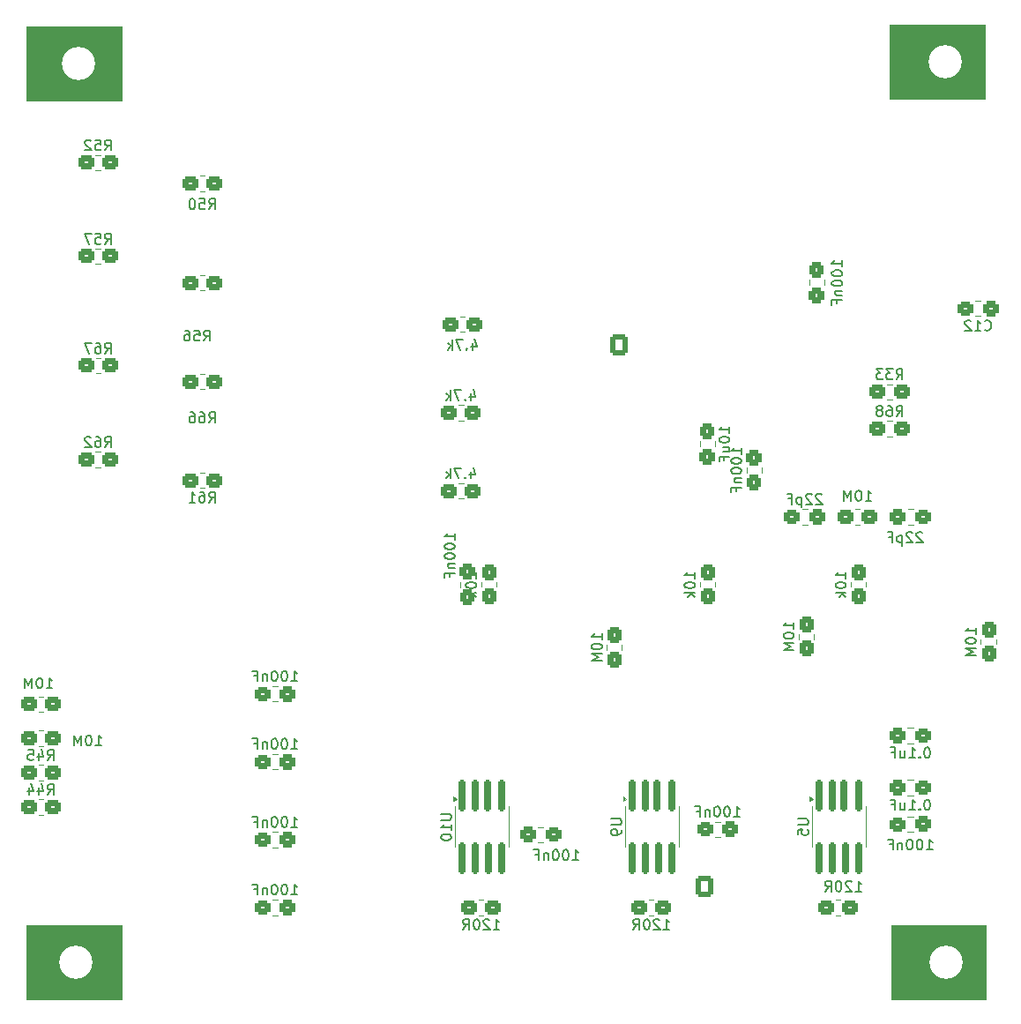
<source format=gbr>
G04 #@! TF.GenerationSoftware,KiCad,Pcbnew,9.0.2*
G04 #@! TF.CreationDate,2025-08-14T17:34:42+08:00*
G04 #@! TF.ProjectId,VCU_V3_1_PREFAB,5643555f-5633-45f3-915f-505245464142,rev?*
G04 #@! TF.SameCoordinates,Original*
G04 #@! TF.FileFunction,Legend,Bot*
G04 #@! TF.FilePolarity,Positive*
%FSLAX46Y46*%
G04 Gerber Fmt 4.6, Leading zero omitted, Abs format (unit mm)*
G04 Created by KiCad (PCBNEW 9.0.2) date 2025-08-14 17:34:42*
%MOMM*%
%LPD*%
G01*
G04 APERTURE LIST*
G04 Aperture macros list*
%AMRoundRect*
0 Rectangle with rounded corners*
0 $1 Rounding radius*
0 $2 $3 $4 $5 $6 $7 $8 $9 X,Y pos of 4 corners*
0 Add a 4 corners polygon primitive as box body*
4,1,4,$2,$3,$4,$5,$6,$7,$8,$9,$2,$3,0*
0 Add four circle primitives for the rounded corners*
1,1,$1+$1,$2,$3*
1,1,$1+$1,$4,$5*
1,1,$1+$1,$6,$7*
1,1,$1+$1,$8,$9*
0 Add four rect primitives between the rounded corners*
20,1,$1+$1,$2,$3,$4,$5,0*
20,1,$1+$1,$4,$5,$6,$7,0*
20,1,$1+$1,$6,$7,$8,$9,0*
20,1,$1+$1,$8,$9,$2,$3,0*%
G04 Aperture macros list end*
%ADD10C,0.100000*%
%ADD11C,0.150000*%
%ADD12C,0.120000*%
%ADD13C,0.200000*%
%ADD14R,1.700000X1.700000*%
%ADD15O,1.700000X1.700000*%
%ADD16RoundRect,0.250000X-0.600000X-0.725000X0.600000X-0.725000X0.600000X0.725000X-0.600000X0.725000X0*%
%ADD17O,1.700000X1.950000*%
%ADD18C,3.200000*%
%ADD19RoundRect,0.305575X0.412525X-0.460025X0.412525X0.460025X-0.412525X0.460025X-0.412525X-0.460025X0*%
%ADD20RoundRect,0.308511X0.416489X-0.457089X0.416489X0.457089X-0.416489X0.457089X-0.416489X-0.457089X0*%
%ADD21R,2.000000X2.000000*%
%ADD22O,2.000000X3.000000*%
%ADD23O,8.000000X2.500000*%
%ADD24O,6.000000X3.500000*%
%ADD25O,5.600000X2.500000*%
%ADD26C,2.600000*%
%ADD27C,2.000000*%
%ADD28RoundRect,0.250000X0.600000X0.725000X-0.600000X0.725000X-0.600000X-0.725000X0.600000X-0.725000X0*%
%ADD29C,2.400000*%
%ADD30RoundRect,0.305575X-0.412525X0.460025X-0.412525X-0.460025X0.412525X-0.460025X0.412525X0.460025X0*%
%ADD31RoundRect,0.308511X-0.416489X0.457089X-0.416489X-0.457089X0.416489X-0.457089X0.416489X0.457089X0*%
%ADD32RoundRect,0.305575X0.460025X0.412525X-0.460025X0.412525X-0.460025X-0.412525X0.460025X-0.412525X0*%
%ADD33RoundRect,0.308511X0.457089X0.416489X-0.457089X0.416489X-0.457089X-0.416489X0.457089X-0.416489X0*%
%ADD34RoundRect,0.305575X-0.460025X-0.412525X0.460025X-0.412525X0.460025X0.412525X-0.460025X0.412525X0*%
%ADD35RoundRect,0.308511X-0.457089X-0.416489X0.457089X-0.416489X0.457089X0.416489X-0.457089X0.416489X0*%
%ADD36RoundRect,0.278125X0.474375X0.389375X-0.474375X0.389375X-0.474375X-0.389375X0.474375X-0.389375X0*%
%ADD37RoundRect,0.278125X0.389375X-0.474375X0.389375X0.474375X-0.389375X0.474375X-0.389375X-0.474375X0*%
%ADD38RoundRect,0.278125X-0.474375X-0.389375X0.474375X-0.389375X0.474375X0.389375X-0.474375X0.389375X0*%
%ADD39RoundRect,0.150000X-0.150000X1.350000X-0.150000X-1.350000X0.150000X-1.350000X0.150000X1.350000X0*%
%ADD40RoundRect,0.150000X-0.150000X1.337500X-0.150000X-1.337500X0.150000X-1.337500X0.150000X1.337500X0*%
G04 APERTURE END LIST*
D10*
X106130800Y-42445800D02*
X115249400Y-42445800D01*
X115249400Y-49532400D01*
X106130800Y-49532400D01*
X106130800Y-42445800D01*
G36*
X106130800Y-42445800D02*
G01*
X115249400Y-42445800D01*
X115249400Y-49532400D01*
X106130800Y-49532400D01*
X106130800Y-42445800D01*
G37*
X106130800Y-128704200D02*
X115249400Y-128704200D01*
X115249400Y-135790800D01*
X106130800Y-135790800D01*
X106130800Y-128704200D01*
G36*
X106130800Y-128704200D02*
G01*
X115249400Y-128704200D01*
X115249400Y-135790800D01*
X106130800Y-135790800D01*
X106130800Y-128704200D01*
G37*
X189138000Y-128704200D02*
X198256600Y-128704200D01*
X198256600Y-135790800D01*
X189138000Y-135790800D01*
X189138000Y-128704200D01*
G36*
X189138000Y-128704200D02*
G01*
X198256600Y-128704200D01*
X198256600Y-135790800D01*
X189138000Y-135790800D01*
X189138000Y-128704200D01*
G37*
X189036400Y-42293400D02*
X198155000Y-42293400D01*
X198155000Y-49380000D01*
X189036400Y-49380000D01*
X189036400Y-42293400D01*
G36*
X189036400Y-42293400D02*
G01*
X198155000Y-42293400D01*
X198155000Y-49380000D01*
X189036400Y-49380000D01*
X189036400Y-42293400D01*
G37*
D11*
X147259219Y-91661080D02*
X147259219Y-91089652D01*
X147259219Y-91375366D02*
X146259219Y-91375366D01*
X146259219Y-91375366D02*
X146402076Y-91280128D01*
X146402076Y-91280128D02*
X146497314Y-91184890D01*
X146497314Y-91184890D02*
X146544933Y-91089652D01*
X146259219Y-92280128D02*
X146259219Y-92375366D01*
X146259219Y-92375366D02*
X146306838Y-92470604D01*
X146306838Y-92470604D02*
X146354457Y-92518223D01*
X146354457Y-92518223D02*
X146449695Y-92565842D01*
X146449695Y-92565842D02*
X146640171Y-92613461D01*
X146640171Y-92613461D02*
X146878266Y-92613461D01*
X146878266Y-92613461D02*
X147068742Y-92565842D01*
X147068742Y-92565842D02*
X147163980Y-92518223D01*
X147163980Y-92518223D02*
X147211600Y-92470604D01*
X147211600Y-92470604D02*
X147259219Y-92375366D01*
X147259219Y-92375366D02*
X147259219Y-92280128D01*
X147259219Y-92280128D02*
X147211600Y-92184890D01*
X147211600Y-92184890D02*
X147163980Y-92137271D01*
X147163980Y-92137271D02*
X147068742Y-92089652D01*
X147068742Y-92089652D02*
X146878266Y-92042033D01*
X146878266Y-92042033D02*
X146640171Y-92042033D01*
X146640171Y-92042033D02*
X146449695Y-92089652D01*
X146449695Y-92089652D02*
X146354457Y-92137271D01*
X146354457Y-92137271D02*
X146306838Y-92184890D01*
X146306838Y-92184890D02*
X146259219Y-92280128D01*
X146259219Y-93232509D02*
X146259219Y-93327747D01*
X146259219Y-93327747D02*
X146306838Y-93422985D01*
X146306838Y-93422985D02*
X146354457Y-93470604D01*
X146354457Y-93470604D02*
X146449695Y-93518223D01*
X146449695Y-93518223D02*
X146640171Y-93565842D01*
X146640171Y-93565842D02*
X146878266Y-93565842D01*
X146878266Y-93565842D02*
X147068742Y-93518223D01*
X147068742Y-93518223D02*
X147163980Y-93470604D01*
X147163980Y-93470604D02*
X147211600Y-93422985D01*
X147211600Y-93422985D02*
X147259219Y-93327747D01*
X147259219Y-93327747D02*
X147259219Y-93232509D01*
X147259219Y-93232509D02*
X147211600Y-93137271D01*
X147211600Y-93137271D02*
X147163980Y-93089652D01*
X147163980Y-93089652D02*
X147068742Y-93042033D01*
X147068742Y-93042033D02*
X146878266Y-92994414D01*
X146878266Y-92994414D02*
X146640171Y-92994414D01*
X146640171Y-92994414D02*
X146449695Y-93042033D01*
X146449695Y-93042033D02*
X146354457Y-93089652D01*
X146354457Y-93089652D02*
X146306838Y-93137271D01*
X146306838Y-93137271D02*
X146259219Y-93232509D01*
X146592552Y-93994414D02*
X147259219Y-93994414D01*
X146687790Y-93994414D02*
X146640171Y-94042033D01*
X146640171Y-94042033D02*
X146592552Y-94137271D01*
X146592552Y-94137271D02*
X146592552Y-94280128D01*
X146592552Y-94280128D02*
X146640171Y-94375366D01*
X146640171Y-94375366D02*
X146735409Y-94422985D01*
X146735409Y-94422985D02*
X147259219Y-94422985D01*
X146735409Y-95232509D02*
X146735409Y-94899176D01*
X147259219Y-94899176D02*
X146259219Y-94899176D01*
X146259219Y-94899176D02*
X146259219Y-95375366D01*
X173634819Y-81428571D02*
X173634819Y-80857143D01*
X173634819Y-81142857D02*
X172634819Y-81142857D01*
X172634819Y-81142857D02*
X172777676Y-81047619D01*
X172777676Y-81047619D02*
X172872914Y-80952381D01*
X172872914Y-80952381D02*
X172920533Y-80857143D01*
X172634819Y-82047619D02*
X172634819Y-82142857D01*
X172634819Y-82142857D02*
X172682438Y-82238095D01*
X172682438Y-82238095D02*
X172730057Y-82285714D01*
X172730057Y-82285714D02*
X172825295Y-82333333D01*
X172825295Y-82333333D02*
X173015771Y-82380952D01*
X173015771Y-82380952D02*
X173253866Y-82380952D01*
X173253866Y-82380952D02*
X173444342Y-82333333D01*
X173444342Y-82333333D02*
X173539580Y-82285714D01*
X173539580Y-82285714D02*
X173587200Y-82238095D01*
X173587200Y-82238095D02*
X173634819Y-82142857D01*
X173634819Y-82142857D02*
X173634819Y-82047619D01*
X173634819Y-82047619D02*
X173587200Y-81952381D01*
X173587200Y-81952381D02*
X173539580Y-81904762D01*
X173539580Y-81904762D02*
X173444342Y-81857143D01*
X173444342Y-81857143D02*
X173253866Y-81809524D01*
X173253866Y-81809524D02*
X173015771Y-81809524D01*
X173015771Y-81809524D02*
X172825295Y-81857143D01*
X172825295Y-81857143D02*
X172730057Y-81904762D01*
X172730057Y-81904762D02*
X172682438Y-81952381D01*
X172682438Y-81952381D02*
X172634819Y-82047619D01*
X172968152Y-83238095D02*
X173634819Y-83238095D01*
X172968152Y-82809524D02*
X173491961Y-82809524D01*
X173491961Y-82809524D02*
X173587200Y-82857143D01*
X173587200Y-82857143D02*
X173634819Y-82952381D01*
X173634819Y-82952381D02*
X173634819Y-83095238D01*
X173634819Y-83095238D02*
X173587200Y-83190476D01*
X173587200Y-83190476D02*
X173539580Y-83238095D01*
X173111009Y-84047619D02*
X173111009Y-83714286D01*
X173634819Y-83714286D02*
X172634819Y-83714286D01*
X172634819Y-83714286D02*
X172634819Y-84190476D01*
X192642856Y-116634819D02*
X192547618Y-116634819D01*
X192547618Y-116634819D02*
X192452380Y-116682438D01*
X192452380Y-116682438D02*
X192404761Y-116730057D01*
X192404761Y-116730057D02*
X192357142Y-116825295D01*
X192357142Y-116825295D02*
X192309523Y-117015771D01*
X192309523Y-117015771D02*
X192309523Y-117253866D01*
X192309523Y-117253866D02*
X192357142Y-117444342D01*
X192357142Y-117444342D02*
X192404761Y-117539580D01*
X192404761Y-117539580D02*
X192452380Y-117587200D01*
X192452380Y-117587200D02*
X192547618Y-117634819D01*
X192547618Y-117634819D02*
X192642856Y-117634819D01*
X192642856Y-117634819D02*
X192738094Y-117587200D01*
X192738094Y-117587200D02*
X192785713Y-117539580D01*
X192785713Y-117539580D02*
X192833332Y-117444342D01*
X192833332Y-117444342D02*
X192880951Y-117253866D01*
X192880951Y-117253866D02*
X192880951Y-117015771D01*
X192880951Y-117015771D02*
X192833332Y-116825295D01*
X192833332Y-116825295D02*
X192785713Y-116730057D01*
X192785713Y-116730057D02*
X192738094Y-116682438D01*
X192738094Y-116682438D02*
X192642856Y-116634819D01*
X191880951Y-117539580D02*
X191833332Y-117587200D01*
X191833332Y-117587200D02*
X191880951Y-117634819D01*
X191880951Y-117634819D02*
X191928570Y-117587200D01*
X191928570Y-117587200D02*
X191880951Y-117539580D01*
X191880951Y-117539580D02*
X191880951Y-117634819D01*
X190880952Y-117634819D02*
X191452380Y-117634819D01*
X191166666Y-117634819D02*
X191166666Y-116634819D01*
X191166666Y-116634819D02*
X191261904Y-116777676D01*
X191261904Y-116777676D02*
X191357142Y-116872914D01*
X191357142Y-116872914D02*
X191452380Y-116920533D01*
X190023809Y-116968152D02*
X190023809Y-117634819D01*
X190452380Y-116968152D02*
X190452380Y-117491961D01*
X190452380Y-117491961D02*
X190404761Y-117587200D01*
X190404761Y-117587200D02*
X190309523Y-117634819D01*
X190309523Y-117634819D02*
X190166666Y-117634819D01*
X190166666Y-117634819D02*
X190071428Y-117587200D01*
X190071428Y-117587200D02*
X190023809Y-117539580D01*
X189214285Y-117111009D02*
X189547618Y-117111009D01*
X189547618Y-117634819D02*
X189547618Y-116634819D01*
X189547618Y-116634819D02*
X189071428Y-116634819D01*
X131547619Y-125774819D02*
X132119047Y-125774819D01*
X131833333Y-125774819D02*
X131833333Y-124774819D01*
X131833333Y-124774819D02*
X131928571Y-124917676D01*
X131928571Y-124917676D02*
X132023809Y-125012914D01*
X132023809Y-125012914D02*
X132119047Y-125060533D01*
X130928571Y-124774819D02*
X130833333Y-124774819D01*
X130833333Y-124774819D02*
X130738095Y-124822438D01*
X130738095Y-124822438D02*
X130690476Y-124870057D01*
X130690476Y-124870057D02*
X130642857Y-124965295D01*
X130642857Y-124965295D02*
X130595238Y-125155771D01*
X130595238Y-125155771D02*
X130595238Y-125393866D01*
X130595238Y-125393866D02*
X130642857Y-125584342D01*
X130642857Y-125584342D02*
X130690476Y-125679580D01*
X130690476Y-125679580D02*
X130738095Y-125727200D01*
X130738095Y-125727200D02*
X130833333Y-125774819D01*
X130833333Y-125774819D02*
X130928571Y-125774819D01*
X130928571Y-125774819D02*
X131023809Y-125727200D01*
X131023809Y-125727200D02*
X131071428Y-125679580D01*
X131071428Y-125679580D02*
X131119047Y-125584342D01*
X131119047Y-125584342D02*
X131166666Y-125393866D01*
X131166666Y-125393866D02*
X131166666Y-125155771D01*
X131166666Y-125155771D02*
X131119047Y-124965295D01*
X131119047Y-124965295D02*
X131071428Y-124870057D01*
X131071428Y-124870057D02*
X131023809Y-124822438D01*
X131023809Y-124822438D02*
X130928571Y-124774819D01*
X129976190Y-124774819D02*
X129880952Y-124774819D01*
X129880952Y-124774819D02*
X129785714Y-124822438D01*
X129785714Y-124822438D02*
X129738095Y-124870057D01*
X129738095Y-124870057D02*
X129690476Y-124965295D01*
X129690476Y-124965295D02*
X129642857Y-125155771D01*
X129642857Y-125155771D02*
X129642857Y-125393866D01*
X129642857Y-125393866D02*
X129690476Y-125584342D01*
X129690476Y-125584342D02*
X129738095Y-125679580D01*
X129738095Y-125679580D02*
X129785714Y-125727200D01*
X129785714Y-125727200D02*
X129880952Y-125774819D01*
X129880952Y-125774819D02*
X129976190Y-125774819D01*
X129976190Y-125774819D02*
X130071428Y-125727200D01*
X130071428Y-125727200D02*
X130119047Y-125679580D01*
X130119047Y-125679580D02*
X130166666Y-125584342D01*
X130166666Y-125584342D02*
X130214285Y-125393866D01*
X130214285Y-125393866D02*
X130214285Y-125155771D01*
X130214285Y-125155771D02*
X130166666Y-124965295D01*
X130166666Y-124965295D02*
X130119047Y-124870057D01*
X130119047Y-124870057D02*
X130071428Y-124822438D01*
X130071428Y-124822438D02*
X129976190Y-124774819D01*
X129214285Y-125108152D02*
X129214285Y-125774819D01*
X129214285Y-125203390D02*
X129166666Y-125155771D01*
X129166666Y-125155771D02*
X129071428Y-125108152D01*
X129071428Y-125108152D02*
X128928571Y-125108152D01*
X128928571Y-125108152D02*
X128833333Y-125155771D01*
X128833333Y-125155771D02*
X128785714Y-125251009D01*
X128785714Y-125251009D02*
X128785714Y-125774819D01*
X127976190Y-125251009D02*
X128309523Y-125251009D01*
X128309523Y-125774819D02*
X128309523Y-124774819D01*
X128309523Y-124774819D02*
X127833333Y-124774819D01*
X108034840Y-105954819D02*
X108606268Y-105954819D01*
X108320554Y-105954819D02*
X108320554Y-104954819D01*
X108320554Y-104954819D02*
X108415792Y-105097676D01*
X108415792Y-105097676D02*
X108511030Y-105192914D01*
X108511030Y-105192914D02*
X108606268Y-105240533D01*
X107415792Y-104954819D02*
X107320554Y-104954819D01*
X107320554Y-104954819D02*
X107225316Y-105002438D01*
X107225316Y-105002438D02*
X107177697Y-105050057D01*
X107177697Y-105050057D02*
X107130078Y-105145295D01*
X107130078Y-105145295D02*
X107082459Y-105335771D01*
X107082459Y-105335771D02*
X107082459Y-105573866D01*
X107082459Y-105573866D02*
X107130078Y-105764342D01*
X107130078Y-105764342D02*
X107177697Y-105859580D01*
X107177697Y-105859580D02*
X107225316Y-105907200D01*
X107225316Y-105907200D02*
X107320554Y-105954819D01*
X107320554Y-105954819D02*
X107415792Y-105954819D01*
X107415792Y-105954819D02*
X107511030Y-105907200D01*
X107511030Y-105907200D02*
X107558649Y-105859580D01*
X107558649Y-105859580D02*
X107606268Y-105764342D01*
X107606268Y-105764342D02*
X107653887Y-105573866D01*
X107653887Y-105573866D02*
X107653887Y-105335771D01*
X107653887Y-105335771D02*
X107606268Y-105145295D01*
X107606268Y-105145295D02*
X107558649Y-105050057D01*
X107558649Y-105050057D02*
X107511030Y-105002438D01*
X107511030Y-105002438D02*
X107415792Y-104954819D01*
X106653887Y-105954819D02*
X106653887Y-104954819D01*
X106653887Y-104954819D02*
X106320554Y-105669104D01*
X106320554Y-105669104D02*
X105987221Y-104954819D01*
X105987221Y-104954819D02*
X105987221Y-105954819D01*
X197304819Y-100738097D02*
X197304819Y-100166669D01*
X197304819Y-100452383D02*
X196304819Y-100452383D01*
X196304819Y-100452383D02*
X196447676Y-100357145D01*
X196447676Y-100357145D02*
X196542914Y-100261907D01*
X196542914Y-100261907D02*
X196590533Y-100166669D01*
X196304819Y-101357145D02*
X196304819Y-101452383D01*
X196304819Y-101452383D02*
X196352438Y-101547621D01*
X196352438Y-101547621D02*
X196400057Y-101595240D01*
X196400057Y-101595240D02*
X196495295Y-101642859D01*
X196495295Y-101642859D02*
X196685771Y-101690478D01*
X196685771Y-101690478D02*
X196923866Y-101690478D01*
X196923866Y-101690478D02*
X197114342Y-101642859D01*
X197114342Y-101642859D02*
X197209580Y-101595240D01*
X197209580Y-101595240D02*
X197257200Y-101547621D01*
X197257200Y-101547621D02*
X197304819Y-101452383D01*
X197304819Y-101452383D02*
X197304819Y-101357145D01*
X197304819Y-101357145D02*
X197257200Y-101261907D01*
X197257200Y-101261907D02*
X197209580Y-101214288D01*
X197209580Y-101214288D02*
X197114342Y-101166669D01*
X197114342Y-101166669D02*
X196923866Y-101119050D01*
X196923866Y-101119050D02*
X196685771Y-101119050D01*
X196685771Y-101119050D02*
X196495295Y-101166669D01*
X196495295Y-101166669D02*
X196400057Y-101214288D01*
X196400057Y-101214288D02*
X196352438Y-101261907D01*
X196352438Y-101261907D02*
X196304819Y-101357145D01*
X197304819Y-102119050D02*
X196304819Y-102119050D01*
X196304819Y-102119050D02*
X197019104Y-102452383D01*
X197019104Y-102452383D02*
X196304819Y-102785716D01*
X196304819Y-102785716D02*
X197304819Y-102785716D01*
X161364819Y-101275777D02*
X161364819Y-100704349D01*
X161364819Y-100990063D02*
X160364819Y-100990063D01*
X160364819Y-100990063D02*
X160507676Y-100894825D01*
X160507676Y-100894825D02*
X160602914Y-100799587D01*
X160602914Y-100799587D02*
X160650533Y-100704349D01*
X160364819Y-101894825D02*
X160364819Y-101990063D01*
X160364819Y-101990063D02*
X160412438Y-102085301D01*
X160412438Y-102085301D02*
X160460057Y-102132920D01*
X160460057Y-102132920D02*
X160555295Y-102180539D01*
X160555295Y-102180539D02*
X160745771Y-102228158D01*
X160745771Y-102228158D02*
X160983866Y-102228158D01*
X160983866Y-102228158D02*
X161174342Y-102180539D01*
X161174342Y-102180539D02*
X161269580Y-102132920D01*
X161269580Y-102132920D02*
X161317200Y-102085301D01*
X161317200Y-102085301D02*
X161364819Y-101990063D01*
X161364819Y-101990063D02*
X161364819Y-101894825D01*
X161364819Y-101894825D02*
X161317200Y-101799587D01*
X161317200Y-101799587D02*
X161269580Y-101751968D01*
X161269580Y-101751968D02*
X161174342Y-101704349D01*
X161174342Y-101704349D02*
X160983866Y-101656730D01*
X160983866Y-101656730D02*
X160745771Y-101656730D01*
X160745771Y-101656730D02*
X160555295Y-101704349D01*
X160555295Y-101704349D02*
X160460057Y-101751968D01*
X160460057Y-101751968D02*
X160412438Y-101799587D01*
X160412438Y-101799587D02*
X160364819Y-101894825D01*
X161364819Y-102656730D02*
X160364819Y-102656730D01*
X160364819Y-102656730D02*
X161079104Y-102990063D01*
X161079104Y-102990063D02*
X160364819Y-103323396D01*
X160364819Y-103323396D02*
X161364819Y-103323396D01*
X113642857Y-73804819D02*
X113976190Y-73328628D01*
X114214285Y-73804819D02*
X114214285Y-72804819D01*
X114214285Y-72804819D02*
X113833333Y-72804819D01*
X113833333Y-72804819D02*
X113738095Y-72852438D01*
X113738095Y-72852438D02*
X113690476Y-72900057D01*
X113690476Y-72900057D02*
X113642857Y-72995295D01*
X113642857Y-72995295D02*
X113642857Y-73138152D01*
X113642857Y-73138152D02*
X113690476Y-73233390D01*
X113690476Y-73233390D02*
X113738095Y-73281009D01*
X113738095Y-73281009D02*
X113833333Y-73328628D01*
X113833333Y-73328628D02*
X114214285Y-73328628D01*
X112785714Y-72804819D02*
X112976190Y-72804819D01*
X112976190Y-72804819D02*
X113071428Y-72852438D01*
X113071428Y-72852438D02*
X113119047Y-72900057D01*
X113119047Y-72900057D02*
X113214285Y-73042914D01*
X113214285Y-73042914D02*
X113261904Y-73233390D01*
X113261904Y-73233390D02*
X113261904Y-73614342D01*
X113261904Y-73614342D02*
X113214285Y-73709580D01*
X113214285Y-73709580D02*
X113166666Y-73757200D01*
X113166666Y-73757200D02*
X113071428Y-73804819D01*
X113071428Y-73804819D02*
X112880952Y-73804819D01*
X112880952Y-73804819D02*
X112785714Y-73757200D01*
X112785714Y-73757200D02*
X112738095Y-73709580D01*
X112738095Y-73709580D02*
X112690476Y-73614342D01*
X112690476Y-73614342D02*
X112690476Y-73376247D01*
X112690476Y-73376247D02*
X112738095Y-73281009D01*
X112738095Y-73281009D02*
X112785714Y-73233390D01*
X112785714Y-73233390D02*
X112880952Y-73185771D01*
X112880952Y-73185771D02*
X113071428Y-73185771D01*
X113071428Y-73185771D02*
X113166666Y-73233390D01*
X113166666Y-73233390D02*
X113214285Y-73281009D01*
X113214285Y-73281009D02*
X113261904Y-73376247D01*
X112357142Y-72804819D02*
X111690476Y-72804819D01*
X111690476Y-72804819D02*
X112119047Y-73804819D01*
X131547619Y-105274819D02*
X132119047Y-105274819D01*
X131833333Y-105274819D02*
X131833333Y-104274819D01*
X131833333Y-104274819D02*
X131928571Y-104417676D01*
X131928571Y-104417676D02*
X132023809Y-104512914D01*
X132023809Y-104512914D02*
X132119047Y-104560533D01*
X130928571Y-104274819D02*
X130833333Y-104274819D01*
X130833333Y-104274819D02*
X130738095Y-104322438D01*
X130738095Y-104322438D02*
X130690476Y-104370057D01*
X130690476Y-104370057D02*
X130642857Y-104465295D01*
X130642857Y-104465295D02*
X130595238Y-104655771D01*
X130595238Y-104655771D02*
X130595238Y-104893866D01*
X130595238Y-104893866D02*
X130642857Y-105084342D01*
X130642857Y-105084342D02*
X130690476Y-105179580D01*
X130690476Y-105179580D02*
X130738095Y-105227200D01*
X130738095Y-105227200D02*
X130833333Y-105274819D01*
X130833333Y-105274819D02*
X130928571Y-105274819D01*
X130928571Y-105274819D02*
X131023809Y-105227200D01*
X131023809Y-105227200D02*
X131071428Y-105179580D01*
X131071428Y-105179580D02*
X131119047Y-105084342D01*
X131119047Y-105084342D02*
X131166666Y-104893866D01*
X131166666Y-104893866D02*
X131166666Y-104655771D01*
X131166666Y-104655771D02*
X131119047Y-104465295D01*
X131119047Y-104465295D02*
X131071428Y-104370057D01*
X131071428Y-104370057D02*
X131023809Y-104322438D01*
X131023809Y-104322438D02*
X130928571Y-104274819D01*
X129976190Y-104274819D02*
X129880952Y-104274819D01*
X129880952Y-104274819D02*
X129785714Y-104322438D01*
X129785714Y-104322438D02*
X129738095Y-104370057D01*
X129738095Y-104370057D02*
X129690476Y-104465295D01*
X129690476Y-104465295D02*
X129642857Y-104655771D01*
X129642857Y-104655771D02*
X129642857Y-104893866D01*
X129642857Y-104893866D02*
X129690476Y-105084342D01*
X129690476Y-105084342D02*
X129738095Y-105179580D01*
X129738095Y-105179580D02*
X129785714Y-105227200D01*
X129785714Y-105227200D02*
X129880952Y-105274819D01*
X129880952Y-105274819D02*
X129976190Y-105274819D01*
X129976190Y-105274819D02*
X130071428Y-105227200D01*
X130071428Y-105227200D02*
X130119047Y-105179580D01*
X130119047Y-105179580D02*
X130166666Y-105084342D01*
X130166666Y-105084342D02*
X130214285Y-104893866D01*
X130214285Y-104893866D02*
X130214285Y-104655771D01*
X130214285Y-104655771D02*
X130166666Y-104465295D01*
X130166666Y-104465295D02*
X130119047Y-104370057D01*
X130119047Y-104370057D02*
X130071428Y-104322438D01*
X130071428Y-104322438D02*
X129976190Y-104274819D01*
X129214285Y-104608152D02*
X129214285Y-105274819D01*
X129214285Y-104703390D02*
X129166666Y-104655771D01*
X129166666Y-104655771D02*
X129071428Y-104608152D01*
X129071428Y-104608152D02*
X128928571Y-104608152D01*
X128928571Y-104608152D02*
X128833333Y-104655771D01*
X128833333Y-104655771D02*
X128785714Y-104751009D01*
X128785714Y-104751009D02*
X128785714Y-105274819D01*
X127976190Y-104751009D02*
X128309523Y-104751009D01*
X128309523Y-105274819D02*
X128309523Y-104274819D01*
X128309523Y-104274819D02*
X127833333Y-104274819D01*
X131547619Y-119274819D02*
X132119047Y-119274819D01*
X131833333Y-119274819D02*
X131833333Y-118274819D01*
X131833333Y-118274819D02*
X131928571Y-118417676D01*
X131928571Y-118417676D02*
X132023809Y-118512914D01*
X132023809Y-118512914D02*
X132119047Y-118560533D01*
X130928571Y-118274819D02*
X130833333Y-118274819D01*
X130833333Y-118274819D02*
X130738095Y-118322438D01*
X130738095Y-118322438D02*
X130690476Y-118370057D01*
X130690476Y-118370057D02*
X130642857Y-118465295D01*
X130642857Y-118465295D02*
X130595238Y-118655771D01*
X130595238Y-118655771D02*
X130595238Y-118893866D01*
X130595238Y-118893866D02*
X130642857Y-119084342D01*
X130642857Y-119084342D02*
X130690476Y-119179580D01*
X130690476Y-119179580D02*
X130738095Y-119227200D01*
X130738095Y-119227200D02*
X130833333Y-119274819D01*
X130833333Y-119274819D02*
X130928571Y-119274819D01*
X130928571Y-119274819D02*
X131023809Y-119227200D01*
X131023809Y-119227200D02*
X131071428Y-119179580D01*
X131071428Y-119179580D02*
X131119047Y-119084342D01*
X131119047Y-119084342D02*
X131166666Y-118893866D01*
X131166666Y-118893866D02*
X131166666Y-118655771D01*
X131166666Y-118655771D02*
X131119047Y-118465295D01*
X131119047Y-118465295D02*
X131071428Y-118370057D01*
X131071428Y-118370057D02*
X131023809Y-118322438D01*
X131023809Y-118322438D02*
X130928571Y-118274819D01*
X129976190Y-118274819D02*
X129880952Y-118274819D01*
X129880952Y-118274819D02*
X129785714Y-118322438D01*
X129785714Y-118322438D02*
X129738095Y-118370057D01*
X129738095Y-118370057D02*
X129690476Y-118465295D01*
X129690476Y-118465295D02*
X129642857Y-118655771D01*
X129642857Y-118655771D02*
X129642857Y-118893866D01*
X129642857Y-118893866D02*
X129690476Y-119084342D01*
X129690476Y-119084342D02*
X129738095Y-119179580D01*
X129738095Y-119179580D02*
X129785714Y-119227200D01*
X129785714Y-119227200D02*
X129880952Y-119274819D01*
X129880952Y-119274819D02*
X129976190Y-119274819D01*
X129976190Y-119274819D02*
X130071428Y-119227200D01*
X130071428Y-119227200D02*
X130119047Y-119179580D01*
X130119047Y-119179580D02*
X130166666Y-119084342D01*
X130166666Y-119084342D02*
X130214285Y-118893866D01*
X130214285Y-118893866D02*
X130214285Y-118655771D01*
X130214285Y-118655771D02*
X130166666Y-118465295D01*
X130166666Y-118465295D02*
X130119047Y-118370057D01*
X130119047Y-118370057D02*
X130071428Y-118322438D01*
X130071428Y-118322438D02*
X129976190Y-118274819D01*
X129214285Y-118608152D02*
X129214285Y-119274819D01*
X129214285Y-118703390D02*
X129166666Y-118655771D01*
X129166666Y-118655771D02*
X129071428Y-118608152D01*
X129071428Y-118608152D02*
X128928571Y-118608152D01*
X128928571Y-118608152D02*
X128833333Y-118655771D01*
X128833333Y-118655771D02*
X128785714Y-118751009D01*
X128785714Y-118751009D02*
X128785714Y-119274819D01*
X127976190Y-118751009D02*
X128309523Y-118751009D01*
X128309523Y-119274819D02*
X128309523Y-118274819D01*
X128309523Y-118274819D02*
X127833333Y-118274819D01*
X189655357Y-79837319D02*
X189988690Y-79361128D01*
X190226785Y-79837319D02*
X190226785Y-78837319D01*
X190226785Y-78837319D02*
X189845833Y-78837319D01*
X189845833Y-78837319D02*
X189750595Y-78884938D01*
X189750595Y-78884938D02*
X189702976Y-78932557D01*
X189702976Y-78932557D02*
X189655357Y-79027795D01*
X189655357Y-79027795D02*
X189655357Y-79170652D01*
X189655357Y-79170652D02*
X189702976Y-79265890D01*
X189702976Y-79265890D02*
X189750595Y-79313509D01*
X189750595Y-79313509D02*
X189845833Y-79361128D01*
X189845833Y-79361128D02*
X190226785Y-79361128D01*
X188798214Y-78837319D02*
X188988690Y-78837319D01*
X188988690Y-78837319D02*
X189083928Y-78884938D01*
X189083928Y-78884938D02*
X189131547Y-78932557D01*
X189131547Y-78932557D02*
X189226785Y-79075414D01*
X189226785Y-79075414D02*
X189274404Y-79265890D01*
X189274404Y-79265890D02*
X189274404Y-79646842D01*
X189274404Y-79646842D02*
X189226785Y-79742080D01*
X189226785Y-79742080D02*
X189179166Y-79789700D01*
X189179166Y-79789700D02*
X189083928Y-79837319D01*
X189083928Y-79837319D02*
X188893452Y-79837319D01*
X188893452Y-79837319D02*
X188798214Y-79789700D01*
X188798214Y-79789700D02*
X188750595Y-79742080D01*
X188750595Y-79742080D02*
X188702976Y-79646842D01*
X188702976Y-79646842D02*
X188702976Y-79408747D01*
X188702976Y-79408747D02*
X188750595Y-79313509D01*
X188750595Y-79313509D02*
X188798214Y-79265890D01*
X188798214Y-79265890D02*
X188893452Y-79218271D01*
X188893452Y-79218271D02*
X189083928Y-79218271D01*
X189083928Y-79218271D02*
X189179166Y-79265890D01*
X189179166Y-79265890D02*
X189226785Y-79313509D01*
X189226785Y-79313509D02*
X189274404Y-79408747D01*
X188131547Y-79265890D02*
X188226785Y-79218271D01*
X188226785Y-79218271D02*
X188274404Y-79170652D01*
X188274404Y-79170652D02*
X188322023Y-79075414D01*
X188322023Y-79075414D02*
X188322023Y-79027795D01*
X188322023Y-79027795D02*
X188274404Y-78932557D01*
X188274404Y-78932557D02*
X188226785Y-78884938D01*
X188226785Y-78884938D02*
X188131547Y-78837319D01*
X188131547Y-78837319D02*
X187941071Y-78837319D01*
X187941071Y-78837319D02*
X187845833Y-78884938D01*
X187845833Y-78884938D02*
X187798214Y-78932557D01*
X187798214Y-78932557D02*
X187750595Y-79027795D01*
X187750595Y-79027795D02*
X187750595Y-79075414D01*
X187750595Y-79075414D02*
X187798214Y-79170652D01*
X187798214Y-79170652D02*
X187845833Y-79218271D01*
X187845833Y-79218271D02*
X187941071Y-79265890D01*
X187941071Y-79265890D02*
X188131547Y-79265890D01*
X188131547Y-79265890D02*
X188226785Y-79313509D01*
X188226785Y-79313509D02*
X188274404Y-79361128D01*
X188274404Y-79361128D02*
X188322023Y-79456366D01*
X188322023Y-79456366D02*
X188322023Y-79646842D01*
X188322023Y-79646842D02*
X188274404Y-79742080D01*
X188274404Y-79742080D02*
X188226785Y-79789700D01*
X188226785Y-79789700D02*
X188131547Y-79837319D01*
X188131547Y-79837319D02*
X187941071Y-79837319D01*
X187941071Y-79837319D02*
X187845833Y-79789700D01*
X187845833Y-79789700D02*
X187798214Y-79742080D01*
X187798214Y-79742080D02*
X187750595Y-79646842D01*
X187750595Y-79646842D02*
X187750595Y-79456366D01*
X187750595Y-79456366D02*
X187798214Y-79361128D01*
X187798214Y-79361128D02*
X187845833Y-79313509D01*
X187845833Y-79313509D02*
X187941071Y-79265890D01*
X148928571Y-72788152D02*
X148928571Y-73454819D01*
X149166666Y-72407200D02*
X149404761Y-73121485D01*
X149404761Y-73121485D02*
X148785714Y-73121485D01*
X148404761Y-73359580D02*
X148357142Y-73407200D01*
X148357142Y-73407200D02*
X148404761Y-73454819D01*
X148404761Y-73454819D02*
X148452380Y-73407200D01*
X148452380Y-73407200D02*
X148404761Y-73359580D01*
X148404761Y-73359580D02*
X148404761Y-73454819D01*
X148023809Y-72454819D02*
X147357143Y-72454819D01*
X147357143Y-72454819D02*
X147785714Y-73454819D01*
X146976190Y-73454819D02*
X146976190Y-72454819D01*
X146880952Y-73073866D02*
X146595238Y-73454819D01*
X146595238Y-72788152D02*
X146976190Y-73169104D01*
X167285646Y-129104819D02*
X167857074Y-129104819D01*
X167571360Y-129104819D02*
X167571360Y-128104819D01*
X167571360Y-128104819D02*
X167666598Y-128247676D01*
X167666598Y-128247676D02*
X167761836Y-128342914D01*
X167761836Y-128342914D02*
X167857074Y-128390533D01*
X166904693Y-128200057D02*
X166857074Y-128152438D01*
X166857074Y-128152438D02*
X166761836Y-128104819D01*
X166761836Y-128104819D02*
X166523741Y-128104819D01*
X166523741Y-128104819D02*
X166428503Y-128152438D01*
X166428503Y-128152438D02*
X166380884Y-128200057D01*
X166380884Y-128200057D02*
X166333265Y-128295295D01*
X166333265Y-128295295D02*
X166333265Y-128390533D01*
X166333265Y-128390533D02*
X166380884Y-128533390D01*
X166380884Y-128533390D02*
X166952312Y-129104819D01*
X166952312Y-129104819D02*
X166333265Y-129104819D01*
X165714217Y-128104819D02*
X165618979Y-128104819D01*
X165618979Y-128104819D02*
X165523741Y-128152438D01*
X165523741Y-128152438D02*
X165476122Y-128200057D01*
X165476122Y-128200057D02*
X165428503Y-128295295D01*
X165428503Y-128295295D02*
X165380884Y-128485771D01*
X165380884Y-128485771D02*
X165380884Y-128723866D01*
X165380884Y-128723866D02*
X165428503Y-128914342D01*
X165428503Y-128914342D02*
X165476122Y-129009580D01*
X165476122Y-129009580D02*
X165523741Y-129057200D01*
X165523741Y-129057200D02*
X165618979Y-129104819D01*
X165618979Y-129104819D02*
X165714217Y-129104819D01*
X165714217Y-129104819D02*
X165809455Y-129057200D01*
X165809455Y-129057200D02*
X165857074Y-129009580D01*
X165857074Y-129009580D02*
X165904693Y-128914342D01*
X165904693Y-128914342D02*
X165952312Y-128723866D01*
X165952312Y-128723866D02*
X165952312Y-128485771D01*
X165952312Y-128485771D02*
X165904693Y-128295295D01*
X165904693Y-128295295D02*
X165857074Y-128200057D01*
X165857074Y-128200057D02*
X165809455Y-128152438D01*
X165809455Y-128152438D02*
X165714217Y-128104819D01*
X164380884Y-129104819D02*
X164714217Y-128628628D01*
X164952312Y-129104819D02*
X164952312Y-128104819D01*
X164952312Y-128104819D02*
X164571360Y-128104819D01*
X164571360Y-128104819D02*
X164476122Y-128152438D01*
X164476122Y-128152438D02*
X164428503Y-128200057D01*
X164428503Y-128200057D02*
X164380884Y-128295295D01*
X164380884Y-128295295D02*
X164380884Y-128438152D01*
X164380884Y-128438152D02*
X164428503Y-128533390D01*
X164428503Y-128533390D02*
X164476122Y-128581009D01*
X164476122Y-128581009D02*
X164571360Y-128628628D01*
X164571360Y-128628628D02*
X164952312Y-128628628D01*
X158547619Y-122454819D02*
X159119047Y-122454819D01*
X158833333Y-122454819D02*
X158833333Y-121454819D01*
X158833333Y-121454819D02*
X158928571Y-121597676D01*
X158928571Y-121597676D02*
X159023809Y-121692914D01*
X159023809Y-121692914D02*
X159119047Y-121740533D01*
X157928571Y-121454819D02*
X157833333Y-121454819D01*
X157833333Y-121454819D02*
X157738095Y-121502438D01*
X157738095Y-121502438D02*
X157690476Y-121550057D01*
X157690476Y-121550057D02*
X157642857Y-121645295D01*
X157642857Y-121645295D02*
X157595238Y-121835771D01*
X157595238Y-121835771D02*
X157595238Y-122073866D01*
X157595238Y-122073866D02*
X157642857Y-122264342D01*
X157642857Y-122264342D02*
X157690476Y-122359580D01*
X157690476Y-122359580D02*
X157738095Y-122407200D01*
X157738095Y-122407200D02*
X157833333Y-122454819D01*
X157833333Y-122454819D02*
X157928571Y-122454819D01*
X157928571Y-122454819D02*
X158023809Y-122407200D01*
X158023809Y-122407200D02*
X158071428Y-122359580D01*
X158071428Y-122359580D02*
X158119047Y-122264342D01*
X158119047Y-122264342D02*
X158166666Y-122073866D01*
X158166666Y-122073866D02*
X158166666Y-121835771D01*
X158166666Y-121835771D02*
X158119047Y-121645295D01*
X158119047Y-121645295D02*
X158071428Y-121550057D01*
X158071428Y-121550057D02*
X158023809Y-121502438D01*
X158023809Y-121502438D02*
X157928571Y-121454819D01*
X156976190Y-121454819D02*
X156880952Y-121454819D01*
X156880952Y-121454819D02*
X156785714Y-121502438D01*
X156785714Y-121502438D02*
X156738095Y-121550057D01*
X156738095Y-121550057D02*
X156690476Y-121645295D01*
X156690476Y-121645295D02*
X156642857Y-121835771D01*
X156642857Y-121835771D02*
X156642857Y-122073866D01*
X156642857Y-122073866D02*
X156690476Y-122264342D01*
X156690476Y-122264342D02*
X156738095Y-122359580D01*
X156738095Y-122359580D02*
X156785714Y-122407200D01*
X156785714Y-122407200D02*
X156880952Y-122454819D01*
X156880952Y-122454819D02*
X156976190Y-122454819D01*
X156976190Y-122454819D02*
X157071428Y-122407200D01*
X157071428Y-122407200D02*
X157119047Y-122359580D01*
X157119047Y-122359580D02*
X157166666Y-122264342D01*
X157166666Y-122264342D02*
X157214285Y-122073866D01*
X157214285Y-122073866D02*
X157214285Y-121835771D01*
X157214285Y-121835771D02*
X157166666Y-121645295D01*
X157166666Y-121645295D02*
X157119047Y-121550057D01*
X157119047Y-121550057D02*
X157071428Y-121502438D01*
X157071428Y-121502438D02*
X156976190Y-121454819D01*
X156214285Y-121788152D02*
X156214285Y-122454819D01*
X156214285Y-121883390D02*
X156166666Y-121835771D01*
X156166666Y-121835771D02*
X156071428Y-121788152D01*
X156071428Y-121788152D02*
X155928571Y-121788152D01*
X155928571Y-121788152D02*
X155833333Y-121835771D01*
X155833333Y-121835771D02*
X155785714Y-121931009D01*
X155785714Y-121931009D02*
X155785714Y-122454819D01*
X154976190Y-121931009D02*
X155309523Y-121931009D01*
X155309523Y-122454819D02*
X155309523Y-121454819D01*
X155309523Y-121454819D02*
X154833333Y-121454819D01*
X148776071Y-85138152D02*
X148776071Y-85804819D01*
X149014166Y-84757200D02*
X149252261Y-85471485D01*
X149252261Y-85471485D02*
X148633214Y-85471485D01*
X148252261Y-85709580D02*
X148204642Y-85757200D01*
X148204642Y-85757200D02*
X148252261Y-85804819D01*
X148252261Y-85804819D02*
X148299880Y-85757200D01*
X148299880Y-85757200D02*
X148252261Y-85709580D01*
X148252261Y-85709580D02*
X148252261Y-85804819D01*
X147871309Y-84804819D02*
X147204643Y-84804819D01*
X147204643Y-84804819D02*
X147633214Y-85804819D01*
X146823690Y-85804819D02*
X146823690Y-84804819D01*
X146728452Y-85423866D02*
X146442738Y-85804819D01*
X146442738Y-85138152D02*
X146823690Y-85519104D01*
X192642856Y-111634819D02*
X192547618Y-111634819D01*
X192547618Y-111634819D02*
X192452380Y-111682438D01*
X192452380Y-111682438D02*
X192404761Y-111730057D01*
X192404761Y-111730057D02*
X192357142Y-111825295D01*
X192357142Y-111825295D02*
X192309523Y-112015771D01*
X192309523Y-112015771D02*
X192309523Y-112253866D01*
X192309523Y-112253866D02*
X192357142Y-112444342D01*
X192357142Y-112444342D02*
X192404761Y-112539580D01*
X192404761Y-112539580D02*
X192452380Y-112587200D01*
X192452380Y-112587200D02*
X192547618Y-112634819D01*
X192547618Y-112634819D02*
X192642856Y-112634819D01*
X192642856Y-112634819D02*
X192738094Y-112587200D01*
X192738094Y-112587200D02*
X192785713Y-112539580D01*
X192785713Y-112539580D02*
X192833332Y-112444342D01*
X192833332Y-112444342D02*
X192880951Y-112253866D01*
X192880951Y-112253866D02*
X192880951Y-112015771D01*
X192880951Y-112015771D02*
X192833332Y-111825295D01*
X192833332Y-111825295D02*
X192785713Y-111730057D01*
X192785713Y-111730057D02*
X192738094Y-111682438D01*
X192738094Y-111682438D02*
X192642856Y-111634819D01*
X191880951Y-112539580D02*
X191833332Y-112587200D01*
X191833332Y-112587200D02*
X191880951Y-112634819D01*
X191880951Y-112634819D02*
X191928570Y-112587200D01*
X191928570Y-112587200D02*
X191880951Y-112539580D01*
X191880951Y-112539580D02*
X191880951Y-112634819D01*
X190880952Y-112634819D02*
X191452380Y-112634819D01*
X191166666Y-112634819D02*
X191166666Y-111634819D01*
X191166666Y-111634819D02*
X191261904Y-111777676D01*
X191261904Y-111777676D02*
X191357142Y-111872914D01*
X191357142Y-111872914D02*
X191452380Y-111920533D01*
X190023809Y-111968152D02*
X190023809Y-112634819D01*
X190452380Y-111968152D02*
X190452380Y-112491961D01*
X190452380Y-112491961D02*
X190404761Y-112587200D01*
X190404761Y-112587200D02*
X190309523Y-112634819D01*
X190309523Y-112634819D02*
X190166666Y-112634819D01*
X190166666Y-112634819D02*
X190071428Y-112587200D01*
X190071428Y-112587200D02*
X190023809Y-112539580D01*
X189214285Y-112111009D02*
X189547618Y-112111009D01*
X189547618Y-112634819D02*
X189547618Y-111634819D01*
X189547618Y-111634819D02*
X189071428Y-111634819D01*
X189642857Y-76304819D02*
X189976190Y-75828628D01*
X190214285Y-76304819D02*
X190214285Y-75304819D01*
X190214285Y-75304819D02*
X189833333Y-75304819D01*
X189833333Y-75304819D02*
X189738095Y-75352438D01*
X189738095Y-75352438D02*
X189690476Y-75400057D01*
X189690476Y-75400057D02*
X189642857Y-75495295D01*
X189642857Y-75495295D02*
X189642857Y-75638152D01*
X189642857Y-75638152D02*
X189690476Y-75733390D01*
X189690476Y-75733390D02*
X189738095Y-75781009D01*
X189738095Y-75781009D02*
X189833333Y-75828628D01*
X189833333Y-75828628D02*
X190214285Y-75828628D01*
X189309523Y-75304819D02*
X188690476Y-75304819D01*
X188690476Y-75304819D02*
X189023809Y-75685771D01*
X189023809Y-75685771D02*
X188880952Y-75685771D01*
X188880952Y-75685771D02*
X188785714Y-75733390D01*
X188785714Y-75733390D02*
X188738095Y-75781009D01*
X188738095Y-75781009D02*
X188690476Y-75876247D01*
X188690476Y-75876247D02*
X188690476Y-76114342D01*
X188690476Y-76114342D02*
X188738095Y-76209580D01*
X188738095Y-76209580D02*
X188785714Y-76257200D01*
X188785714Y-76257200D02*
X188880952Y-76304819D01*
X188880952Y-76304819D02*
X189166666Y-76304819D01*
X189166666Y-76304819D02*
X189261904Y-76257200D01*
X189261904Y-76257200D02*
X189309523Y-76209580D01*
X188357142Y-75304819D02*
X187738095Y-75304819D01*
X187738095Y-75304819D02*
X188071428Y-75685771D01*
X188071428Y-75685771D02*
X187928571Y-75685771D01*
X187928571Y-75685771D02*
X187833333Y-75733390D01*
X187833333Y-75733390D02*
X187785714Y-75781009D01*
X187785714Y-75781009D02*
X187738095Y-75876247D01*
X187738095Y-75876247D02*
X187738095Y-76114342D01*
X187738095Y-76114342D02*
X187785714Y-76209580D01*
X187785714Y-76209580D02*
X187833333Y-76257200D01*
X187833333Y-76257200D02*
X187928571Y-76304819D01*
X187928571Y-76304819D02*
X188214285Y-76304819D01*
X188214285Y-76304819D02*
X188309523Y-76257200D01*
X188309523Y-76257200D02*
X188357142Y-76209580D01*
X182490856Y-87370057D02*
X182443237Y-87322438D01*
X182443237Y-87322438D02*
X182347999Y-87274819D01*
X182347999Y-87274819D02*
X182109904Y-87274819D01*
X182109904Y-87274819D02*
X182014666Y-87322438D01*
X182014666Y-87322438D02*
X181967047Y-87370057D01*
X181967047Y-87370057D02*
X181919428Y-87465295D01*
X181919428Y-87465295D02*
X181919428Y-87560533D01*
X181919428Y-87560533D02*
X181967047Y-87703390D01*
X181967047Y-87703390D02*
X182538475Y-88274819D01*
X182538475Y-88274819D02*
X181919428Y-88274819D01*
X181538475Y-87370057D02*
X181490856Y-87322438D01*
X181490856Y-87322438D02*
X181395618Y-87274819D01*
X181395618Y-87274819D02*
X181157523Y-87274819D01*
X181157523Y-87274819D02*
X181062285Y-87322438D01*
X181062285Y-87322438D02*
X181014666Y-87370057D01*
X181014666Y-87370057D02*
X180967047Y-87465295D01*
X180967047Y-87465295D02*
X180967047Y-87560533D01*
X180967047Y-87560533D02*
X181014666Y-87703390D01*
X181014666Y-87703390D02*
X181586094Y-88274819D01*
X181586094Y-88274819D02*
X180967047Y-88274819D01*
X180538475Y-87608152D02*
X180538475Y-88608152D01*
X180538475Y-87655771D02*
X180443237Y-87608152D01*
X180443237Y-87608152D02*
X180252761Y-87608152D01*
X180252761Y-87608152D02*
X180157523Y-87655771D01*
X180157523Y-87655771D02*
X180109904Y-87703390D01*
X180109904Y-87703390D02*
X180062285Y-87798628D01*
X180062285Y-87798628D02*
X180062285Y-88084342D01*
X180062285Y-88084342D02*
X180109904Y-88179580D01*
X180109904Y-88179580D02*
X180157523Y-88227200D01*
X180157523Y-88227200D02*
X180252761Y-88274819D01*
X180252761Y-88274819D02*
X180443237Y-88274819D01*
X180443237Y-88274819D02*
X180538475Y-88227200D01*
X179300380Y-87751009D02*
X179633713Y-87751009D01*
X179633713Y-88274819D02*
X179633713Y-87274819D01*
X179633713Y-87274819D02*
X179157523Y-87274819D01*
X148776071Y-77638152D02*
X148776071Y-78304819D01*
X149014166Y-77257200D02*
X149252261Y-77971485D01*
X149252261Y-77971485D02*
X148633214Y-77971485D01*
X148252261Y-78209580D02*
X148204642Y-78257200D01*
X148204642Y-78257200D02*
X148252261Y-78304819D01*
X148252261Y-78304819D02*
X148299880Y-78257200D01*
X148299880Y-78257200D02*
X148252261Y-78209580D01*
X148252261Y-78209580D02*
X148252261Y-78304819D01*
X147871309Y-77304819D02*
X147204643Y-77304819D01*
X147204643Y-77304819D02*
X147633214Y-78304819D01*
X146823690Y-78304819D02*
X146823690Y-77304819D01*
X146728452Y-77923866D02*
X146442738Y-78304819D01*
X146442738Y-77638152D02*
X146823690Y-78019104D01*
X123642857Y-80454819D02*
X123976190Y-79978628D01*
X124214285Y-80454819D02*
X124214285Y-79454819D01*
X124214285Y-79454819D02*
X123833333Y-79454819D01*
X123833333Y-79454819D02*
X123738095Y-79502438D01*
X123738095Y-79502438D02*
X123690476Y-79550057D01*
X123690476Y-79550057D02*
X123642857Y-79645295D01*
X123642857Y-79645295D02*
X123642857Y-79788152D01*
X123642857Y-79788152D02*
X123690476Y-79883390D01*
X123690476Y-79883390D02*
X123738095Y-79931009D01*
X123738095Y-79931009D02*
X123833333Y-79978628D01*
X123833333Y-79978628D02*
X124214285Y-79978628D01*
X122785714Y-79454819D02*
X122976190Y-79454819D01*
X122976190Y-79454819D02*
X123071428Y-79502438D01*
X123071428Y-79502438D02*
X123119047Y-79550057D01*
X123119047Y-79550057D02*
X123214285Y-79692914D01*
X123214285Y-79692914D02*
X123261904Y-79883390D01*
X123261904Y-79883390D02*
X123261904Y-80264342D01*
X123261904Y-80264342D02*
X123214285Y-80359580D01*
X123214285Y-80359580D02*
X123166666Y-80407200D01*
X123166666Y-80407200D02*
X123071428Y-80454819D01*
X123071428Y-80454819D02*
X122880952Y-80454819D01*
X122880952Y-80454819D02*
X122785714Y-80407200D01*
X122785714Y-80407200D02*
X122738095Y-80359580D01*
X122738095Y-80359580D02*
X122690476Y-80264342D01*
X122690476Y-80264342D02*
X122690476Y-80026247D01*
X122690476Y-80026247D02*
X122738095Y-79931009D01*
X122738095Y-79931009D02*
X122785714Y-79883390D01*
X122785714Y-79883390D02*
X122880952Y-79835771D01*
X122880952Y-79835771D02*
X123071428Y-79835771D01*
X123071428Y-79835771D02*
X123166666Y-79883390D01*
X123166666Y-79883390D02*
X123214285Y-79931009D01*
X123214285Y-79931009D02*
X123261904Y-80026247D01*
X121833333Y-79454819D02*
X122023809Y-79454819D01*
X122023809Y-79454819D02*
X122119047Y-79502438D01*
X122119047Y-79502438D02*
X122166666Y-79550057D01*
X122166666Y-79550057D02*
X122261904Y-79692914D01*
X122261904Y-79692914D02*
X122309523Y-79883390D01*
X122309523Y-79883390D02*
X122309523Y-80264342D01*
X122309523Y-80264342D02*
X122261904Y-80359580D01*
X122261904Y-80359580D02*
X122214285Y-80407200D01*
X122214285Y-80407200D02*
X122119047Y-80454819D01*
X122119047Y-80454819D02*
X121928571Y-80454819D01*
X121928571Y-80454819D02*
X121833333Y-80407200D01*
X121833333Y-80407200D02*
X121785714Y-80359580D01*
X121785714Y-80359580D02*
X121738095Y-80264342D01*
X121738095Y-80264342D02*
X121738095Y-80026247D01*
X121738095Y-80026247D02*
X121785714Y-79931009D01*
X121785714Y-79931009D02*
X121833333Y-79883390D01*
X121833333Y-79883390D02*
X121928571Y-79835771D01*
X121928571Y-79835771D02*
X122119047Y-79835771D01*
X122119047Y-79835771D02*
X122214285Y-79883390D01*
X122214285Y-79883390D02*
X122261904Y-79931009D01*
X122261904Y-79931009D02*
X122309523Y-80026247D01*
X162249540Y-118491095D02*
X163059063Y-118491095D01*
X163059063Y-118491095D02*
X163154301Y-118538714D01*
X163154301Y-118538714D02*
X163201921Y-118586333D01*
X163201921Y-118586333D02*
X163249540Y-118681571D01*
X163249540Y-118681571D02*
X163249540Y-118872047D01*
X163249540Y-118872047D02*
X163201921Y-118967285D01*
X163201921Y-118967285D02*
X163154301Y-119014904D01*
X163154301Y-119014904D02*
X163059063Y-119062523D01*
X163059063Y-119062523D02*
X162249540Y-119062523D01*
X163249540Y-119586333D02*
X163249540Y-119776809D01*
X163249540Y-119776809D02*
X163201921Y-119872047D01*
X163201921Y-119872047D02*
X163154301Y-119919666D01*
X163154301Y-119919666D02*
X163011444Y-120014904D01*
X163011444Y-120014904D02*
X162820968Y-120062523D01*
X162820968Y-120062523D02*
X162440016Y-120062523D01*
X162440016Y-120062523D02*
X162344778Y-120014904D01*
X162344778Y-120014904D02*
X162297159Y-119967285D01*
X162297159Y-119967285D02*
X162249540Y-119872047D01*
X162249540Y-119872047D02*
X162249540Y-119681571D01*
X162249540Y-119681571D02*
X162297159Y-119586333D01*
X162297159Y-119586333D02*
X162344778Y-119538714D01*
X162344778Y-119538714D02*
X162440016Y-119491095D01*
X162440016Y-119491095D02*
X162678111Y-119491095D01*
X162678111Y-119491095D02*
X162773349Y-119538714D01*
X162773349Y-119538714D02*
X162820968Y-119586333D01*
X162820968Y-119586333D02*
X162868587Y-119681571D01*
X162868587Y-119681571D02*
X162868587Y-119872047D01*
X162868587Y-119872047D02*
X162820968Y-119967285D01*
X162820968Y-119967285D02*
X162773349Y-120014904D01*
X162773349Y-120014904D02*
X162678111Y-120062523D01*
X174774819Y-83452380D02*
X174774819Y-82880952D01*
X174774819Y-83166666D02*
X173774819Y-83166666D01*
X173774819Y-83166666D02*
X173917676Y-83071428D01*
X173917676Y-83071428D02*
X174012914Y-82976190D01*
X174012914Y-82976190D02*
X174060533Y-82880952D01*
X173774819Y-84071428D02*
X173774819Y-84166666D01*
X173774819Y-84166666D02*
X173822438Y-84261904D01*
X173822438Y-84261904D02*
X173870057Y-84309523D01*
X173870057Y-84309523D02*
X173965295Y-84357142D01*
X173965295Y-84357142D02*
X174155771Y-84404761D01*
X174155771Y-84404761D02*
X174393866Y-84404761D01*
X174393866Y-84404761D02*
X174584342Y-84357142D01*
X174584342Y-84357142D02*
X174679580Y-84309523D01*
X174679580Y-84309523D02*
X174727200Y-84261904D01*
X174727200Y-84261904D02*
X174774819Y-84166666D01*
X174774819Y-84166666D02*
X174774819Y-84071428D01*
X174774819Y-84071428D02*
X174727200Y-83976190D01*
X174727200Y-83976190D02*
X174679580Y-83928571D01*
X174679580Y-83928571D02*
X174584342Y-83880952D01*
X174584342Y-83880952D02*
X174393866Y-83833333D01*
X174393866Y-83833333D02*
X174155771Y-83833333D01*
X174155771Y-83833333D02*
X173965295Y-83880952D01*
X173965295Y-83880952D02*
X173870057Y-83928571D01*
X173870057Y-83928571D02*
X173822438Y-83976190D01*
X173822438Y-83976190D02*
X173774819Y-84071428D01*
X173774819Y-85023809D02*
X173774819Y-85119047D01*
X173774819Y-85119047D02*
X173822438Y-85214285D01*
X173822438Y-85214285D02*
X173870057Y-85261904D01*
X173870057Y-85261904D02*
X173965295Y-85309523D01*
X173965295Y-85309523D02*
X174155771Y-85357142D01*
X174155771Y-85357142D02*
X174393866Y-85357142D01*
X174393866Y-85357142D02*
X174584342Y-85309523D01*
X174584342Y-85309523D02*
X174679580Y-85261904D01*
X174679580Y-85261904D02*
X174727200Y-85214285D01*
X174727200Y-85214285D02*
X174774819Y-85119047D01*
X174774819Y-85119047D02*
X174774819Y-85023809D01*
X174774819Y-85023809D02*
X174727200Y-84928571D01*
X174727200Y-84928571D02*
X174679580Y-84880952D01*
X174679580Y-84880952D02*
X174584342Y-84833333D01*
X174584342Y-84833333D02*
X174393866Y-84785714D01*
X174393866Y-84785714D02*
X174155771Y-84785714D01*
X174155771Y-84785714D02*
X173965295Y-84833333D01*
X173965295Y-84833333D02*
X173870057Y-84880952D01*
X173870057Y-84880952D02*
X173822438Y-84928571D01*
X173822438Y-84928571D02*
X173774819Y-85023809D01*
X174108152Y-85785714D02*
X174774819Y-85785714D01*
X174203390Y-85785714D02*
X174155771Y-85833333D01*
X174155771Y-85833333D02*
X174108152Y-85928571D01*
X174108152Y-85928571D02*
X174108152Y-86071428D01*
X174108152Y-86071428D02*
X174155771Y-86166666D01*
X174155771Y-86166666D02*
X174251009Y-86214285D01*
X174251009Y-86214285D02*
X174774819Y-86214285D01*
X174251009Y-87023809D02*
X174251009Y-86690476D01*
X174774819Y-86690476D02*
X173774819Y-86690476D01*
X173774819Y-86690476D02*
X173774819Y-87166666D01*
X112761904Y-111454819D02*
X113333332Y-111454819D01*
X113047618Y-111454819D02*
X113047618Y-110454819D01*
X113047618Y-110454819D02*
X113142856Y-110597676D01*
X113142856Y-110597676D02*
X113238094Y-110692914D01*
X113238094Y-110692914D02*
X113333332Y-110740533D01*
X112142856Y-110454819D02*
X112047618Y-110454819D01*
X112047618Y-110454819D02*
X111952380Y-110502438D01*
X111952380Y-110502438D02*
X111904761Y-110550057D01*
X111904761Y-110550057D02*
X111857142Y-110645295D01*
X111857142Y-110645295D02*
X111809523Y-110835771D01*
X111809523Y-110835771D02*
X111809523Y-111073866D01*
X111809523Y-111073866D02*
X111857142Y-111264342D01*
X111857142Y-111264342D02*
X111904761Y-111359580D01*
X111904761Y-111359580D02*
X111952380Y-111407200D01*
X111952380Y-111407200D02*
X112047618Y-111454819D01*
X112047618Y-111454819D02*
X112142856Y-111454819D01*
X112142856Y-111454819D02*
X112238094Y-111407200D01*
X112238094Y-111407200D02*
X112285713Y-111359580D01*
X112285713Y-111359580D02*
X112333332Y-111264342D01*
X112333332Y-111264342D02*
X112380951Y-111073866D01*
X112380951Y-111073866D02*
X112380951Y-110835771D01*
X112380951Y-110835771D02*
X112333332Y-110645295D01*
X112333332Y-110645295D02*
X112285713Y-110550057D01*
X112285713Y-110550057D02*
X112238094Y-110502438D01*
X112238094Y-110502438D02*
X112142856Y-110454819D01*
X111380951Y-111454819D02*
X111380951Y-110454819D01*
X111380951Y-110454819D02*
X111047618Y-111169104D01*
X111047618Y-111169104D02*
X110714285Y-110454819D01*
X110714285Y-110454819D02*
X110714285Y-111454819D01*
X131547619Y-111774819D02*
X132119047Y-111774819D01*
X131833333Y-111774819D02*
X131833333Y-110774819D01*
X131833333Y-110774819D02*
X131928571Y-110917676D01*
X131928571Y-110917676D02*
X132023809Y-111012914D01*
X132023809Y-111012914D02*
X132119047Y-111060533D01*
X130928571Y-110774819D02*
X130833333Y-110774819D01*
X130833333Y-110774819D02*
X130738095Y-110822438D01*
X130738095Y-110822438D02*
X130690476Y-110870057D01*
X130690476Y-110870057D02*
X130642857Y-110965295D01*
X130642857Y-110965295D02*
X130595238Y-111155771D01*
X130595238Y-111155771D02*
X130595238Y-111393866D01*
X130595238Y-111393866D02*
X130642857Y-111584342D01*
X130642857Y-111584342D02*
X130690476Y-111679580D01*
X130690476Y-111679580D02*
X130738095Y-111727200D01*
X130738095Y-111727200D02*
X130833333Y-111774819D01*
X130833333Y-111774819D02*
X130928571Y-111774819D01*
X130928571Y-111774819D02*
X131023809Y-111727200D01*
X131023809Y-111727200D02*
X131071428Y-111679580D01*
X131071428Y-111679580D02*
X131119047Y-111584342D01*
X131119047Y-111584342D02*
X131166666Y-111393866D01*
X131166666Y-111393866D02*
X131166666Y-111155771D01*
X131166666Y-111155771D02*
X131119047Y-110965295D01*
X131119047Y-110965295D02*
X131071428Y-110870057D01*
X131071428Y-110870057D02*
X131023809Y-110822438D01*
X131023809Y-110822438D02*
X130928571Y-110774819D01*
X129976190Y-110774819D02*
X129880952Y-110774819D01*
X129880952Y-110774819D02*
X129785714Y-110822438D01*
X129785714Y-110822438D02*
X129738095Y-110870057D01*
X129738095Y-110870057D02*
X129690476Y-110965295D01*
X129690476Y-110965295D02*
X129642857Y-111155771D01*
X129642857Y-111155771D02*
X129642857Y-111393866D01*
X129642857Y-111393866D02*
X129690476Y-111584342D01*
X129690476Y-111584342D02*
X129738095Y-111679580D01*
X129738095Y-111679580D02*
X129785714Y-111727200D01*
X129785714Y-111727200D02*
X129880952Y-111774819D01*
X129880952Y-111774819D02*
X129976190Y-111774819D01*
X129976190Y-111774819D02*
X130071428Y-111727200D01*
X130071428Y-111727200D02*
X130119047Y-111679580D01*
X130119047Y-111679580D02*
X130166666Y-111584342D01*
X130166666Y-111584342D02*
X130214285Y-111393866D01*
X130214285Y-111393866D02*
X130214285Y-111155771D01*
X130214285Y-111155771D02*
X130166666Y-110965295D01*
X130166666Y-110965295D02*
X130119047Y-110870057D01*
X130119047Y-110870057D02*
X130071428Y-110822438D01*
X130071428Y-110822438D02*
X129976190Y-110774819D01*
X129214285Y-111108152D02*
X129214285Y-111774819D01*
X129214285Y-111203390D02*
X129166666Y-111155771D01*
X129166666Y-111155771D02*
X129071428Y-111108152D01*
X129071428Y-111108152D02*
X128928571Y-111108152D01*
X128928571Y-111108152D02*
X128833333Y-111155771D01*
X128833333Y-111155771D02*
X128785714Y-111251009D01*
X128785714Y-111251009D02*
X128785714Y-111774819D01*
X127976190Y-111251009D02*
X128309523Y-111251009D01*
X128309523Y-111774819D02*
X128309523Y-110774819D01*
X128309523Y-110774819D02*
X127833333Y-110774819D01*
X186689904Y-87954819D02*
X187261332Y-87954819D01*
X186975618Y-87954819D02*
X186975618Y-86954819D01*
X186975618Y-86954819D02*
X187070856Y-87097676D01*
X187070856Y-87097676D02*
X187166094Y-87192914D01*
X187166094Y-87192914D02*
X187261332Y-87240533D01*
X186070856Y-86954819D02*
X185975618Y-86954819D01*
X185975618Y-86954819D02*
X185880380Y-87002438D01*
X185880380Y-87002438D02*
X185832761Y-87050057D01*
X185832761Y-87050057D02*
X185785142Y-87145295D01*
X185785142Y-87145295D02*
X185737523Y-87335771D01*
X185737523Y-87335771D02*
X185737523Y-87573866D01*
X185737523Y-87573866D02*
X185785142Y-87764342D01*
X185785142Y-87764342D02*
X185832761Y-87859580D01*
X185832761Y-87859580D02*
X185880380Y-87907200D01*
X185880380Y-87907200D02*
X185975618Y-87954819D01*
X185975618Y-87954819D02*
X186070856Y-87954819D01*
X186070856Y-87954819D02*
X186166094Y-87907200D01*
X186166094Y-87907200D02*
X186213713Y-87859580D01*
X186213713Y-87859580D02*
X186261332Y-87764342D01*
X186261332Y-87764342D02*
X186308951Y-87573866D01*
X186308951Y-87573866D02*
X186308951Y-87335771D01*
X186308951Y-87335771D02*
X186261332Y-87145295D01*
X186261332Y-87145295D02*
X186213713Y-87050057D01*
X186213713Y-87050057D02*
X186166094Y-87002438D01*
X186166094Y-87002438D02*
X186070856Y-86954819D01*
X185308951Y-87954819D02*
X185308951Y-86954819D01*
X185308951Y-86954819D02*
X184975618Y-87669104D01*
X184975618Y-87669104D02*
X184642285Y-86954819D01*
X184642285Y-86954819D02*
X184642285Y-87954819D01*
X145914819Y-118014905D02*
X146724342Y-118014905D01*
X146724342Y-118014905D02*
X146819580Y-118062524D01*
X146819580Y-118062524D02*
X146867200Y-118110143D01*
X146867200Y-118110143D02*
X146914819Y-118205381D01*
X146914819Y-118205381D02*
X146914819Y-118395857D01*
X146914819Y-118395857D02*
X146867200Y-118491095D01*
X146867200Y-118491095D02*
X146819580Y-118538714D01*
X146819580Y-118538714D02*
X146724342Y-118586333D01*
X146724342Y-118586333D02*
X145914819Y-118586333D01*
X146914819Y-119586333D02*
X146914819Y-119014905D01*
X146914819Y-119300619D02*
X145914819Y-119300619D01*
X145914819Y-119300619D02*
X146057676Y-119205381D01*
X146057676Y-119205381D02*
X146152914Y-119110143D01*
X146152914Y-119110143D02*
X146200533Y-119014905D01*
X145914819Y-120205381D02*
X145914819Y-120300619D01*
X145914819Y-120300619D02*
X145962438Y-120395857D01*
X145962438Y-120395857D02*
X146010057Y-120443476D01*
X146010057Y-120443476D02*
X146105295Y-120491095D01*
X146105295Y-120491095D02*
X146295771Y-120538714D01*
X146295771Y-120538714D02*
X146533866Y-120538714D01*
X146533866Y-120538714D02*
X146724342Y-120491095D01*
X146724342Y-120491095D02*
X146819580Y-120443476D01*
X146819580Y-120443476D02*
X146867200Y-120395857D01*
X146867200Y-120395857D02*
X146914819Y-120300619D01*
X146914819Y-120300619D02*
X146914819Y-120205381D01*
X146914819Y-120205381D02*
X146867200Y-120110143D01*
X146867200Y-120110143D02*
X146819580Y-120062524D01*
X146819580Y-120062524D02*
X146724342Y-120014905D01*
X146724342Y-120014905D02*
X146533866Y-119967286D01*
X146533866Y-119967286D02*
X146295771Y-119967286D01*
X146295771Y-119967286D02*
X146105295Y-120014905D01*
X146105295Y-120014905D02*
X146010057Y-120062524D01*
X146010057Y-120062524D02*
X145962438Y-120110143D01*
X145962438Y-120110143D02*
X145914819Y-120205381D01*
X192150856Y-91050057D02*
X192103237Y-91002438D01*
X192103237Y-91002438D02*
X192007999Y-90954819D01*
X192007999Y-90954819D02*
X191769904Y-90954819D01*
X191769904Y-90954819D02*
X191674666Y-91002438D01*
X191674666Y-91002438D02*
X191627047Y-91050057D01*
X191627047Y-91050057D02*
X191579428Y-91145295D01*
X191579428Y-91145295D02*
X191579428Y-91240533D01*
X191579428Y-91240533D02*
X191627047Y-91383390D01*
X191627047Y-91383390D02*
X192198475Y-91954819D01*
X192198475Y-91954819D02*
X191579428Y-91954819D01*
X191198475Y-91050057D02*
X191150856Y-91002438D01*
X191150856Y-91002438D02*
X191055618Y-90954819D01*
X191055618Y-90954819D02*
X190817523Y-90954819D01*
X190817523Y-90954819D02*
X190722285Y-91002438D01*
X190722285Y-91002438D02*
X190674666Y-91050057D01*
X190674666Y-91050057D02*
X190627047Y-91145295D01*
X190627047Y-91145295D02*
X190627047Y-91240533D01*
X190627047Y-91240533D02*
X190674666Y-91383390D01*
X190674666Y-91383390D02*
X191246094Y-91954819D01*
X191246094Y-91954819D02*
X190627047Y-91954819D01*
X190198475Y-91288152D02*
X190198475Y-92288152D01*
X190198475Y-91335771D02*
X190103237Y-91288152D01*
X190103237Y-91288152D02*
X189912761Y-91288152D01*
X189912761Y-91288152D02*
X189817523Y-91335771D01*
X189817523Y-91335771D02*
X189769904Y-91383390D01*
X189769904Y-91383390D02*
X189722285Y-91478628D01*
X189722285Y-91478628D02*
X189722285Y-91764342D01*
X189722285Y-91764342D02*
X189769904Y-91859580D01*
X189769904Y-91859580D02*
X189817523Y-91907200D01*
X189817523Y-91907200D02*
X189912761Y-91954819D01*
X189912761Y-91954819D02*
X190103237Y-91954819D01*
X190103237Y-91954819D02*
X190198475Y-91907200D01*
X188960380Y-91431009D02*
X189293713Y-91431009D01*
X189293713Y-91954819D02*
X189293713Y-90954819D01*
X189293713Y-90954819D02*
X188817523Y-90954819D01*
X184804819Y-95404761D02*
X184804819Y-94833333D01*
X184804819Y-95119047D02*
X183804819Y-95119047D01*
X183804819Y-95119047D02*
X183947676Y-95023809D01*
X183947676Y-95023809D02*
X184042914Y-94928571D01*
X184042914Y-94928571D02*
X184090533Y-94833333D01*
X183804819Y-96023809D02*
X183804819Y-96119047D01*
X183804819Y-96119047D02*
X183852438Y-96214285D01*
X183852438Y-96214285D02*
X183900057Y-96261904D01*
X183900057Y-96261904D02*
X183995295Y-96309523D01*
X183995295Y-96309523D02*
X184185771Y-96357142D01*
X184185771Y-96357142D02*
X184423866Y-96357142D01*
X184423866Y-96357142D02*
X184614342Y-96309523D01*
X184614342Y-96309523D02*
X184709580Y-96261904D01*
X184709580Y-96261904D02*
X184757200Y-96214285D01*
X184757200Y-96214285D02*
X184804819Y-96119047D01*
X184804819Y-96119047D02*
X184804819Y-96023809D01*
X184804819Y-96023809D02*
X184757200Y-95928571D01*
X184757200Y-95928571D02*
X184709580Y-95880952D01*
X184709580Y-95880952D02*
X184614342Y-95833333D01*
X184614342Y-95833333D02*
X184423866Y-95785714D01*
X184423866Y-95785714D02*
X184185771Y-95785714D01*
X184185771Y-95785714D02*
X183995295Y-95833333D01*
X183995295Y-95833333D02*
X183900057Y-95880952D01*
X183900057Y-95880952D02*
X183852438Y-95928571D01*
X183852438Y-95928571D02*
X183804819Y-96023809D01*
X184804819Y-96785714D02*
X183804819Y-96785714D01*
X184423866Y-96880952D02*
X184804819Y-97166666D01*
X184138152Y-97166666D02*
X184519104Y-96785714D01*
X150950925Y-129104819D02*
X151522353Y-129104819D01*
X151236639Y-129104819D02*
X151236639Y-128104819D01*
X151236639Y-128104819D02*
X151331877Y-128247676D01*
X151331877Y-128247676D02*
X151427115Y-128342914D01*
X151427115Y-128342914D02*
X151522353Y-128390533D01*
X150569972Y-128200057D02*
X150522353Y-128152438D01*
X150522353Y-128152438D02*
X150427115Y-128104819D01*
X150427115Y-128104819D02*
X150189020Y-128104819D01*
X150189020Y-128104819D02*
X150093782Y-128152438D01*
X150093782Y-128152438D02*
X150046163Y-128200057D01*
X150046163Y-128200057D02*
X149998544Y-128295295D01*
X149998544Y-128295295D02*
X149998544Y-128390533D01*
X149998544Y-128390533D02*
X150046163Y-128533390D01*
X150046163Y-128533390D02*
X150617591Y-129104819D01*
X150617591Y-129104819D02*
X149998544Y-129104819D01*
X149379496Y-128104819D02*
X149284258Y-128104819D01*
X149284258Y-128104819D02*
X149189020Y-128152438D01*
X149189020Y-128152438D02*
X149141401Y-128200057D01*
X149141401Y-128200057D02*
X149093782Y-128295295D01*
X149093782Y-128295295D02*
X149046163Y-128485771D01*
X149046163Y-128485771D02*
X149046163Y-128723866D01*
X149046163Y-128723866D02*
X149093782Y-128914342D01*
X149093782Y-128914342D02*
X149141401Y-129009580D01*
X149141401Y-129009580D02*
X149189020Y-129057200D01*
X149189020Y-129057200D02*
X149284258Y-129104819D01*
X149284258Y-129104819D02*
X149379496Y-129104819D01*
X149379496Y-129104819D02*
X149474734Y-129057200D01*
X149474734Y-129057200D02*
X149522353Y-129009580D01*
X149522353Y-129009580D02*
X149569972Y-128914342D01*
X149569972Y-128914342D02*
X149617591Y-128723866D01*
X149617591Y-128723866D02*
X149617591Y-128485771D01*
X149617591Y-128485771D02*
X149569972Y-128295295D01*
X149569972Y-128295295D02*
X149522353Y-128200057D01*
X149522353Y-128200057D02*
X149474734Y-128152438D01*
X149474734Y-128152438D02*
X149379496Y-128104819D01*
X148046163Y-129104819D02*
X148379496Y-128628628D01*
X148617591Y-129104819D02*
X148617591Y-128104819D01*
X148617591Y-128104819D02*
X148236639Y-128104819D01*
X148236639Y-128104819D02*
X148141401Y-128152438D01*
X148141401Y-128152438D02*
X148093782Y-128200057D01*
X148093782Y-128200057D02*
X148046163Y-128295295D01*
X148046163Y-128295295D02*
X148046163Y-128438152D01*
X148046163Y-128438152D02*
X148093782Y-128533390D01*
X148093782Y-128533390D02*
X148141401Y-128581009D01*
X148141401Y-128581009D02*
X148236639Y-128628628D01*
X148236639Y-128628628D02*
X148617591Y-128628628D01*
X113632116Y-54304819D02*
X113965449Y-53828628D01*
X114203544Y-54304819D02*
X114203544Y-53304819D01*
X114203544Y-53304819D02*
X113822592Y-53304819D01*
X113822592Y-53304819D02*
X113727354Y-53352438D01*
X113727354Y-53352438D02*
X113679735Y-53400057D01*
X113679735Y-53400057D02*
X113632116Y-53495295D01*
X113632116Y-53495295D02*
X113632116Y-53638152D01*
X113632116Y-53638152D02*
X113679735Y-53733390D01*
X113679735Y-53733390D02*
X113727354Y-53781009D01*
X113727354Y-53781009D02*
X113822592Y-53828628D01*
X113822592Y-53828628D02*
X114203544Y-53828628D01*
X112727354Y-53304819D02*
X113203544Y-53304819D01*
X113203544Y-53304819D02*
X113251163Y-53781009D01*
X113251163Y-53781009D02*
X113203544Y-53733390D01*
X113203544Y-53733390D02*
X113108306Y-53685771D01*
X113108306Y-53685771D02*
X112870211Y-53685771D01*
X112870211Y-53685771D02*
X112774973Y-53733390D01*
X112774973Y-53733390D02*
X112727354Y-53781009D01*
X112727354Y-53781009D02*
X112679735Y-53876247D01*
X112679735Y-53876247D02*
X112679735Y-54114342D01*
X112679735Y-54114342D02*
X112727354Y-54209580D01*
X112727354Y-54209580D02*
X112774973Y-54257200D01*
X112774973Y-54257200D02*
X112870211Y-54304819D01*
X112870211Y-54304819D02*
X113108306Y-54304819D01*
X113108306Y-54304819D02*
X113203544Y-54257200D01*
X113203544Y-54257200D02*
X113251163Y-54209580D01*
X112298782Y-53400057D02*
X112251163Y-53352438D01*
X112251163Y-53352438D02*
X112155925Y-53304819D01*
X112155925Y-53304819D02*
X111917830Y-53304819D01*
X111917830Y-53304819D02*
X111822592Y-53352438D01*
X111822592Y-53352438D02*
X111774973Y-53400057D01*
X111774973Y-53400057D02*
X111727354Y-53495295D01*
X111727354Y-53495295D02*
X111727354Y-53590533D01*
X111727354Y-53590533D02*
X111774973Y-53733390D01*
X111774973Y-53733390D02*
X112346401Y-54304819D01*
X112346401Y-54304819D02*
X111727354Y-54304819D01*
X198142857Y-71539580D02*
X198190476Y-71587200D01*
X198190476Y-71587200D02*
X198333333Y-71634819D01*
X198333333Y-71634819D02*
X198428571Y-71634819D01*
X198428571Y-71634819D02*
X198571428Y-71587200D01*
X198571428Y-71587200D02*
X198666666Y-71491961D01*
X198666666Y-71491961D02*
X198714285Y-71396723D01*
X198714285Y-71396723D02*
X198761904Y-71206247D01*
X198761904Y-71206247D02*
X198761904Y-71063390D01*
X198761904Y-71063390D02*
X198714285Y-70872914D01*
X198714285Y-70872914D02*
X198666666Y-70777676D01*
X198666666Y-70777676D02*
X198571428Y-70682438D01*
X198571428Y-70682438D02*
X198428571Y-70634819D01*
X198428571Y-70634819D02*
X198333333Y-70634819D01*
X198333333Y-70634819D02*
X198190476Y-70682438D01*
X198190476Y-70682438D02*
X198142857Y-70730057D01*
X197190476Y-71634819D02*
X197761904Y-71634819D01*
X197476190Y-71634819D02*
X197476190Y-70634819D01*
X197476190Y-70634819D02*
X197571428Y-70777676D01*
X197571428Y-70777676D02*
X197666666Y-70872914D01*
X197666666Y-70872914D02*
X197761904Y-70920533D01*
X196809523Y-70730057D02*
X196761904Y-70682438D01*
X196761904Y-70682438D02*
X196666666Y-70634819D01*
X196666666Y-70634819D02*
X196428571Y-70634819D01*
X196428571Y-70634819D02*
X196333333Y-70682438D01*
X196333333Y-70682438D02*
X196285714Y-70730057D01*
X196285714Y-70730057D02*
X196238095Y-70825295D01*
X196238095Y-70825295D02*
X196238095Y-70920533D01*
X196238095Y-70920533D02*
X196285714Y-71063390D01*
X196285714Y-71063390D02*
X196857142Y-71634819D01*
X196857142Y-71634819D02*
X196238095Y-71634819D01*
X108142857Y-112850819D02*
X108476190Y-112374628D01*
X108714285Y-112850819D02*
X108714285Y-111850819D01*
X108714285Y-111850819D02*
X108333333Y-111850819D01*
X108333333Y-111850819D02*
X108238095Y-111898438D01*
X108238095Y-111898438D02*
X108190476Y-111946057D01*
X108190476Y-111946057D02*
X108142857Y-112041295D01*
X108142857Y-112041295D02*
X108142857Y-112184152D01*
X108142857Y-112184152D02*
X108190476Y-112279390D01*
X108190476Y-112279390D02*
X108238095Y-112327009D01*
X108238095Y-112327009D02*
X108333333Y-112374628D01*
X108333333Y-112374628D02*
X108714285Y-112374628D01*
X107285714Y-112184152D02*
X107285714Y-112850819D01*
X107523809Y-111803200D02*
X107761904Y-112517485D01*
X107761904Y-112517485D02*
X107142857Y-112517485D01*
X106285714Y-111850819D02*
X106761904Y-111850819D01*
X106761904Y-111850819D02*
X106809523Y-112327009D01*
X106809523Y-112327009D02*
X106761904Y-112279390D01*
X106761904Y-112279390D02*
X106666666Y-112231771D01*
X106666666Y-112231771D02*
X106428571Y-112231771D01*
X106428571Y-112231771D02*
X106333333Y-112279390D01*
X106333333Y-112279390D02*
X106285714Y-112327009D01*
X106285714Y-112327009D02*
X106238095Y-112422247D01*
X106238095Y-112422247D02*
X106238095Y-112660342D01*
X106238095Y-112660342D02*
X106285714Y-112755580D01*
X106285714Y-112755580D02*
X106333333Y-112803200D01*
X106333333Y-112803200D02*
X106428571Y-112850819D01*
X106428571Y-112850819D02*
X106666666Y-112850819D01*
X106666666Y-112850819D02*
X106761904Y-112803200D01*
X106761904Y-112803200D02*
X106809523Y-112755580D01*
X184454819Y-65452380D02*
X184454819Y-64880952D01*
X184454819Y-65166666D02*
X183454819Y-65166666D01*
X183454819Y-65166666D02*
X183597676Y-65071428D01*
X183597676Y-65071428D02*
X183692914Y-64976190D01*
X183692914Y-64976190D02*
X183740533Y-64880952D01*
X183454819Y-66071428D02*
X183454819Y-66166666D01*
X183454819Y-66166666D02*
X183502438Y-66261904D01*
X183502438Y-66261904D02*
X183550057Y-66309523D01*
X183550057Y-66309523D02*
X183645295Y-66357142D01*
X183645295Y-66357142D02*
X183835771Y-66404761D01*
X183835771Y-66404761D02*
X184073866Y-66404761D01*
X184073866Y-66404761D02*
X184264342Y-66357142D01*
X184264342Y-66357142D02*
X184359580Y-66309523D01*
X184359580Y-66309523D02*
X184407200Y-66261904D01*
X184407200Y-66261904D02*
X184454819Y-66166666D01*
X184454819Y-66166666D02*
X184454819Y-66071428D01*
X184454819Y-66071428D02*
X184407200Y-65976190D01*
X184407200Y-65976190D02*
X184359580Y-65928571D01*
X184359580Y-65928571D02*
X184264342Y-65880952D01*
X184264342Y-65880952D02*
X184073866Y-65833333D01*
X184073866Y-65833333D02*
X183835771Y-65833333D01*
X183835771Y-65833333D02*
X183645295Y-65880952D01*
X183645295Y-65880952D02*
X183550057Y-65928571D01*
X183550057Y-65928571D02*
X183502438Y-65976190D01*
X183502438Y-65976190D02*
X183454819Y-66071428D01*
X183454819Y-67023809D02*
X183454819Y-67119047D01*
X183454819Y-67119047D02*
X183502438Y-67214285D01*
X183502438Y-67214285D02*
X183550057Y-67261904D01*
X183550057Y-67261904D02*
X183645295Y-67309523D01*
X183645295Y-67309523D02*
X183835771Y-67357142D01*
X183835771Y-67357142D02*
X184073866Y-67357142D01*
X184073866Y-67357142D02*
X184264342Y-67309523D01*
X184264342Y-67309523D02*
X184359580Y-67261904D01*
X184359580Y-67261904D02*
X184407200Y-67214285D01*
X184407200Y-67214285D02*
X184454819Y-67119047D01*
X184454819Y-67119047D02*
X184454819Y-67023809D01*
X184454819Y-67023809D02*
X184407200Y-66928571D01*
X184407200Y-66928571D02*
X184359580Y-66880952D01*
X184359580Y-66880952D02*
X184264342Y-66833333D01*
X184264342Y-66833333D02*
X184073866Y-66785714D01*
X184073866Y-66785714D02*
X183835771Y-66785714D01*
X183835771Y-66785714D02*
X183645295Y-66833333D01*
X183645295Y-66833333D02*
X183550057Y-66880952D01*
X183550057Y-66880952D02*
X183502438Y-66928571D01*
X183502438Y-66928571D02*
X183454819Y-67023809D01*
X183788152Y-67785714D02*
X184454819Y-67785714D01*
X183883390Y-67785714D02*
X183835771Y-67833333D01*
X183835771Y-67833333D02*
X183788152Y-67928571D01*
X183788152Y-67928571D02*
X183788152Y-68071428D01*
X183788152Y-68071428D02*
X183835771Y-68166666D01*
X183835771Y-68166666D02*
X183931009Y-68214285D01*
X183931009Y-68214285D02*
X184454819Y-68214285D01*
X183931009Y-69023809D02*
X183931009Y-68690476D01*
X184454819Y-68690476D02*
X183454819Y-68690476D01*
X183454819Y-68690476D02*
X183454819Y-69166666D01*
X123142857Y-72604819D02*
X123476190Y-72128628D01*
X123714285Y-72604819D02*
X123714285Y-71604819D01*
X123714285Y-71604819D02*
X123333333Y-71604819D01*
X123333333Y-71604819D02*
X123238095Y-71652438D01*
X123238095Y-71652438D02*
X123190476Y-71700057D01*
X123190476Y-71700057D02*
X123142857Y-71795295D01*
X123142857Y-71795295D02*
X123142857Y-71938152D01*
X123142857Y-71938152D02*
X123190476Y-72033390D01*
X123190476Y-72033390D02*
X123238095Y-72081009D01*
X123238095Y-72081009D02*
X123333333Y-72128628D01*
X123333333Y-72128628D02*
X123714285Y-72128628D01*
X122238095Y-71604819D02*
X122714285Y-71604819D01*
X122714285Y-71604819D02*
X122761904Y-72081009D01*
X122761904Y-72081009D02*
X122714285Y-72033390D01*
X122714285Y-72033390D02*
X122619047Y-71985771D01*
X122619047Y-71985771D02*
X122380952Y-71985771D01*
X122380952Y-71985771D02*
X122285714Y-72033390D01*
X122285714Y-72033390D02*
X122238095Y-72081009D01*
X122238095Y-72081009D02*
X122190476Y-72176247D01*
X122190476Y-72176247D02*
X122190476Y-72414342D01*
X122190476Y-72414342D02*
X122238095Y-72509580D01*
X122238095Y-72509580D02*
X122285714Y-72557200D01*
X122285714Y-72557200D02*
X122380952Y-72604819D01*
X122380952Y-72604819D02*
X122619047Y-72604819D01*
X122619047Y-72604819D02*
X122714285Y-72557200D01*
X122714285Y-72557200D02*
X122761904Y-72509580D01*
X121333333Y-71604819D02*
X121523809Y-71604819D01*
X121523809Y-71604819D02*
X121619047Y-71652438D01*
X121619047Y-71652438D02*
X121666666Y-71700057D01*
X121666666Y-71700057D02*
X121761904Y-71842914D01*
X121761904Y-71842914D02*
X121809523Y-72033390D01*
X121809523Y-72033390D02*
X121809523Y-72414342D01*
X121809523Y-72414342D02*
X121761904Y-72509580D01*
X121761904Y-72509580D02*
X121714285Y-72557200D01*
X121714285Y-72557200D02*
X121619047Y-72604819D01*
X121619047Y-72604819D02*
X121428571Y-72604819D01*
X121428571Y-72604819D02*
X121333333Y-72557200D01*
X121333333Y-72557200D02*
X121285714Y-72509580D01*
X121285714Y-72509580D02*
X121238095Y-72414342D01*
X121238095Y-72414342D02*
X121238095Y-72176247D01*
X121238095Y-72176247D02*
X121285714Y-72081009D01*
X121285714Y-72081009D02*
X121333333Y-72033390D01*
X121333333Y-72033390D02*
X121428571Y-71985771D01*
X121428571Y-71985771D02*
X121619047Y-71985771D01*
X121619047Y-71985771D02*
X121714285Y-72033390D01*
X121714285Y-72033390D02*
X121761904Y-72081009D01*
X121761904Y-72081009D02*
X121809523Y-72176247D01*
X108142857Y-116152819D02*
X108476190Y-115676628D01*
X108714285Y-116152819D02*
X108714285Y-115152819D01*
X108714285Y-115152819D02*
X108333333Y-115152819D01*
X108333333Y-115152819D02*
X108238095Y-115200438D01*
X108238095Y-115200438D02*
X108190476Y-115248057D01*
X108190476Y-115248057D02*
X108142857Y-115343295D01*
X108142857Y-115343295D02*
X108142857Y-115486152D01*
X108142857Y-115486152D02*
X108190476Y-115581390D01*
X108190476Y-115581390D02*
X108238095Y-115629009D01*
X108238095Y-115629009D02*
X108333333Y-115676628D01*
X108333333Y-115676628D02*
X108714285Y-115676628D01*
X107285714Y-115486152D02*
X107285714Y-116152819D01*
X107523809Y-115105200D02*
X107761904Y-115819485D01*
X107761904Y-115819485D02*
X107142857Y-115819485D01*
X106333333Y-115486152D02*
X106333333Y-116152819D01*
X106571428Y-115105200D02*
X106809523Y-115819485D01*
X106809523Y-115819485D02*
X106190476Y-115819485D01*
X123642857Y-59954819D02*
X123976190Y-59478628D01*
X124214285Y-59954819D02*
X124214285Y-58954819D01*
X124214285Y-58954819D02*
X123833333Y-58954819D01*
X123833333Y-58954819D02*
X123738095Y-59002438D01*
X123738095Y-59002438D02*
X123690476Y-59050057D01*
X123690476Y-59050057D02*
X123642857Y-59145295D01*
X123642857Y-59145295D02*
X123642857Y-59288152D01*
X123642857Y-59288152D02*
X123690476Y-59383390D01*
X123690476Y-59383390D02*
X123738095Y-59431009D01*
X123738095Y-59431009D02*
X123833333Y-59478628D01*
X123833333Y-59478628D02*
X124214285Y-59478628D01*
X122738095Y-58954819D02*
X123214285Y-58954819D01*
X123214285Y-58954819D02*
X123261904Y-59431009D01*
X123261904Y-59431009D02*
X123214285Y-59383390D01*
X123214285Y-59383390D02*
X123119047Y-59335771D01*
X123119047Y-59335771D02*
X122880952Y-59335771D01*
X122880952Y-59335771D02*
X122785714Y-59383390D01*
X122785714Y-59383390D02*
X122738095Y-59431009D01*
X122738095Y-59431009D02*
X122690476Y-59526247D01*
X122690476Y-59526247D02*
X122690476Y-59764342D01*
X122690476Y-59764342D02*
X122738095Y-59859580D01*
X122738095Y-59859580D02*
X122785714Y-59907200D01*
X122785714Y-59907200D02*
X122880952Y-59954819D01*
X122880952Y-59954819D02*
X123119047Y-59954819D01*
X123119047Y-59954819D02*
X123214285Y-59907200D01*
X123214285Y-59907200D02*
X123261904Y-59859580D01*
X122071428Y-58954819D02*
X121976190Y-58954819D01*
X121976190Y-58954819D02*
X121880952Y-59002438D01*
X121880952Y-59002438D02*
X121833333Y-59050057D01*
X121833333Y-59050057D02*
X121785714Y-59145295D01*
X121785714Y-59145295D02*
X121738095Y-59335771D01*
X121738095Y-59335771D02*
X121738095Y-59573866D01*
X121738095Y-59573866D02*
X121785714Y-59764342D01*
X121785714Y-59764342D02*
X121833333Y-59859580D01*
X121833333Y-59859580D02*
X121880952Y-59907200D01*
X121880952Y-59907200D02*
X121976190Y-59954819D01*
X121976190Y-59954819D02*
X122071428Y-59954819D01*
X122071428Y-59954819D02*
X122166666Y-59907200D01*
X122166666Y-59907200D02*
X122214285Y-59859580D01*
X122214285Y-59859580D02*
X122261904Y-59764342D01*
X122261904Y-59764342D02*
X122309523Y-59573866D01*
X122309523Y-59573866D02*
X122309523Y-59335771D01*
X122309523Y-59335771D02*
X122261904Y-59145295D01*
X122261904Y-59145295D02*
X122214285Y-59050057D01*
X122214285Y-59050057D02*
X122166666Y-59002438D01*
X122166666Y-59002438D02*
X122071428Y-58954819D01*
X179804819Y-100238096D02*
X179804819Y-99666668D01*
X179804819Y-99952382D02*
X178804819Y-99952382D01*
X178804819Y-99952382D02*
X178947676Y-99857144D01*
X178947676Y-99857144D02*
X179042914Y-99761906D01*
X179042914Y-99761906D02*
X179090533Y-99666668D01*
X178804819Y-100857144D02*
X178804819Y-100952382D01*
X178804819Y-100952382D02*
X178852438Y-101047620D01*
X178852438Y-101047620D02*
X178900057Y-101095239D01*
X178900057Y-101095239D02*
X178995295Y-101142858D01*
X178995295Y-101142858D02*
X179185771Y-101190477D01*
X179185771Y-101190477D02*
X179423866Y-101190477D01*
X179423866Y-101190477D02*
X179614342Y-101142858D01*
X179614342Y-101142858D02*
X179709580Y-101095239D01*
X179709580Y-101095239D02*
X179757200Y-101047620D01*
X179757200Y-101047620D02*
X179804819Y-100952382D01*
X179804819Y-100952382D02*
X179804819Y-100857144D01*
X179804819Y-100857144D02*
X179757200Y-100761906D01*
X179757200Y-100761906D02*
X179709580Y-100714287D01*
X179709580Y-100714287D02*
X179614342Y-100666668D01*
X179614342Y-100666668D02*
X179423866Y-100619049D01*
X179423866Y-100619049D02*
X179185771Y-100619049D01*
X179185771Y-100619049D02*
X178995295Y-100666668D01*
X178995295Y-100666668D02*
X178900057Y-100714287D01*
X178900057Y-100714287D02*
X178852438Y-100761906D01*
X178852438Y-100761906D02*
X178804819Y-100857144D01*
X179804819Y-101619049D02*
X178804819Y-101619049D01*
X178804819Y-101619049D02*
X179519104Y-101952382D01*
X179519104Y-101952382D02*
X178804819Y-102285715D01*
X178804819Y-102285715D02*
X179804819Y-102285715D01*
X192547619Y-121454819D02*
X193119047Y-121454819D01*
X192833333Y-121454819D02*
X192833333Y-120454819D01*
X192833333Y-120454819D02*
X192928571Y-120597676D01*
X192928571Y-120597676D02*
X193023809Y-120692914D01*
X193023809Y-120692914D02*
X193119047Y-120740533D01*
X191928571Y-120454819D02*
X191833333Y-120454819D01*
X191833333Y-120454819D02*
X191738095Y-120502438D01*
X191738095Y-120502438D02*
X191690476Y-120550057D01*
X191690476Y-120550057D02*
X191642857Y-120645295D01*
X191642857Y-120645295D02*
X191595238Y-120835771D01*
X191595238Y-120835771D02*
X191595238Y-121073866D01*
X191595238Y-121073866D02*
X191642857Y-121264342D01*
X191642857Y-121264342D02*
X191690476Y-121359580D01*
X191690476Y-121359580D02*
X191738095Y-121407200D01*
X191738095Y-121407200D02*
X191833333Y-121454819D01*
X191833333Y-121454819D02*
X191928571Y-121454819D01*
X191928571Y-121454819D02*
X192023809Y-121407200D01*
X192023809Y-121407200D02*
X192071428Y-121359580D01*
X192071428Y-121359580D02*
X192119047Y-121264342D01*
X192119047Y-121264342D02*
X192166666Y-121073866D01*
X192166666Y-121073866D02*
X192166666Y-120835771D01*
X192166666Y-120835771D02*
X192119047Y-120645295D01*
X192119047Y-120645295D02*
X192071428Y-120550057D01*
X192071428Y-120550057D02*
X192023809Y-120502438D01*
X192023809Y-120502438D02*
X191928571Y-120454819D01*
X190976190Y-120454819D02*
X190880952Y-120454819D01*
X190880952Y-120454819D02*
X190785714Y-120502438D01*
X190785714Y-120502438D02*
X190738095Y-120550057D01*
X190738095Y-120550057D02*
X190690476Y-120645295D01*
X190690476Y-120645295D02*
X190642857Y-120835771D01*
X190642857Y-120835771D02*
X190642857Y-121073866D01*
X190642857Y-121073866D02*
X190690476Y-121264342D01*
X190690476Y-121264342D02*
X190738095Y-121359580D01*
X190738095Y-121359580D02*
X190785714Y-121407200D01*
X190785714Y-121407200D02*
X190880952Y-121454819D01*
X190880952Y-121454819D02*
X190976190Y-121454819D01*
X190976190Y-121454819D02*
X191071428Y-121407200D01*
X191071428Y-121407200D02*
X191119047Y-121359580D01*
X191119047Y-121359580D02*
X191166666Y-121264342D01*
X191166666Y-121264342D02*
X191214285Y-121073866D01*
X191214285Y-121073866D02*
X191214285Y-120835771D01*
X191214285Y-120835771D02*
X191166666Y-120645295D01*
X191166666Y-120645295D02*
X191119047Y-120550057D01*
X191119047Y-120550057D02*
X191071428Y-120502438D01*
X191071428Y-120502438D02*
X190976190Y-120454819D01*
X190214285Y-120788152D02*
X190214285Y-121454819D01*
X190214285Y-120883390D02*
X190166666Y-120835771D01*
X190166666Y-120835771D02*
X190071428Y-120788152D01*
X190071428Y-120788152D02*
X189928571Y-120788152D01*
X189928571Y-120788152D02*
X189833333Y-120835771D01*
X189833333Y-120835771D02*
X189785714Y-120931009D01*
X189785714Y-120931009D02*
X189785714Y-121454819D01*
X188976190Y-120931009D02*
X189309523Y-120931009D01*
X189309523Y-121454819D02*
X189309523Y-120454819D01*
X189309523Y-120454819D02*
X188833333Y-120454819D01*
X180184819Y-118491095D02*
X180994342Y-118491095D01*
X180994342Y-118491095D02*
X181089580Y-118538714D01*
X181089580Y-118538714D02*
X181137200Y-118586333D01*
X181137200Y-118586333D02*
X181184819Y-118681571D01*
X181184819Y-118681571D02*
X181184819Y-118872047D01*
X181184819Y-118872047D02*
X181137200Y-118967285D01*
X181137200Y-118967285D02*
X181089580Y-119014904D01*
X181089580Y-119014904D02*
X180994342Y-119062523D01*
X180994342Y-119062523D02*
X180184819Y-119062523D01*
X180184819Y-120014904D02*
X180184819Y-119538714D01*
X180184819Y-119538714D02*
X180661009Y-119491095D01*
X180661009Y-119491095D02*
X180613390Y-119538714D01*
X180613390Y-119538714D02*
X180565771Y-119633952D01*
X180565771Y-119633952D02*
X180565771Y-119872047D01*
X180565771Y-119872047D02*
X180613390Y-119967285D01*
X180613390Y-119967285D02*
X180661009Y-120014904D01*
X180661009Y-120014904D02*
X180756247Y-120062523D01*
X180756247Y-120062523D02*
X180994342Y-120062523D01*
X180994342Y-120062523D02*
X181089580Y-120014904D01*
X181089580Y-120014904D02*
X181137200Y-119967285D01*
X181137200Y-119967285D02*
X181184819Y-119872047D01*
X181184819Y-119872047D02*
X181184819Y-119633952D01*
X181184819Y-119633952D02*
X181137200Y-119538714D01*
X181137200Y-119538714D02*
X181089580Y-119491095D01*
X113632116Y-82804819D02*
X113965449Y-82328628D01*
X114203544Y-82804819D02*
X114203544Y-81804819D01*
X114203544Y-81804819D02*
X113822592Y-81804819D01*
X113822592Y-81804819D02*
X113727354Y-81852438D01*
X113727354Y-81852438D02*
X113679735Y-81900057D01*
X113679735Y-81900057D02*
X113632116Y-81995295D01*
X113632116Y-81995295D02*
X113632116Y-82138152D01*
X113632116Y-82138152D02*
X113679735Y-82233390D01*
X113679735Y-82233390D02*
X113727354Y-82281009D01*
X113727354Y-82281009D02*
X113822592Y-82328628D01*
X113822592Y-82328628D02*
X114203544Y-82328628D01*
X112774973Y-81804819D02*
X112965449Y-81804819D01*
X112965449Y-81804819D02*
X113060687Y-81852438D01*
X113060687Y-81852438D02*
X113108306Y-81900057D01*
X113108306Y-81900057D02*
X113203544Y-82042914D01*
X113203544Y-82042914D02*
X113251163Y-82233390D01*
X113251163Y-82233390D02*
X113251163Y-82614342D01*
X113251163Y-82614342D02*
X113203544Y-82709580D01*
X113203544Y-82709580D02*
X113155925Y-82757200D01*
X113155925Y-82757200D02*
X113060687Y-82804819D01*
X113060687Y-82804819D02*
X112870211Y-82804819D01*
X112870211Y-82804819D02*
X112774973Y-82757200D01*
X112774973Y-82757200D02*
X112727354Y-82709580D01*
X112727354Y-82709580D02*
X112679735Y-82614342D01*
X112679735Y-82614342D02*
X112679735Y-82376247D01*
X112679735Y-82376247D02*
X112727354Y-82281009D01*
X112727354Y-82281009D02*
X112774973Y-82233390D01*
X112774973Y-82233390D02*
X112870211Y-82185771D01*
X112870211Y-82185771D02*
X113060687Y-82185771D01*
X113060687Y-82185771D02*
X113155925Y-82233390D01*
X113155925Y-82233390D02*
X113203544Y-82281009D01*
X113203544Y-82281009D02*
X113251163Y-82376247D01*
X112298782Y-81900057D02*
X112251163Y-81852438D01*
X112251163Y-81852438D02*
X112155925Y-81804819D01*
X112155925Y-81804819D02*
X111917830Y-81804819D01*
X111917830Y-81804819D02*
X111822592Y-81852438D01*
X111822592Y-81852438D02*
X111774973Y-81900057D01*
X111774973Y-81900057D02*
X111727354Y-81995295D01*
X111727354Y-81995295D02*
X111727354Y-82090533D01*
X111727354Y-82090533D02*
X111774973Y-82233390D01*
X111774973Y-82233390D02*
X112346401Y-82804819D01*
X112346401Y-82804819D02*
X111727354Y-82804819D01*
X123642857Y-88104819D02*
X123976190Y-87628628D01*
X124214285Y-88104819D02*
X124214285Y-87104819D01*
X124214285Y-87104819D02*
X123833333Y-87104819D01*
X123833333Y-87104819D02*
X123738095Y-87152438D01*
X123738095Y-87152438D02*
X123690476Y-87200057D01*
X123690476Y-87200057D02*
X123642857Y-87295295D01*
X123642857Y-87295295D02*
X123642857Y-87438152D01*
X123642857Y-87438152D02*
X123690476Y-87533390D01*
X123690476Y-87533390D02*
X123738095Y-87581009D01*
X123738095Y-87581009D02*
X123833333Y-87628628D01*
X123833333Y-87628628D02*
X124214285Y-87628628D01*
X122785714Y-87104819D02*
X122976190Y-87104819D01*
X122976190Y-87104819D02*
X123071428Y-87152438D01*
X123071428Y-87152438D02*
X123119047Y-87200057D01*
X123119047Y-87200057D02*
X123214285Y-87342914D01*
X123214285Y-87342914D02*
X123261904Y-87533390D01*
X123261904Y-87533390D02*
X123261904Y-87914342D01*
X123261904Y-87914342D02*
X123214285Y-88009580D01*
X123214285Y-88009580D02*
X123166666Y-88057200D01*
X123166666Y-88057200D02*
X123071428Y-88104819D01*
X123071428Y-88104819D02*
X122880952Y-88104819D01*
X122880952Y-88104819D02*
X122785714Y-88057200D01*
X122785714Y-88057200D02*
X122738095Y-88009580D01*
X122738095Y-88009580D02*
X122690476Y-87914342D01*
X122690476Y-87914342D02*
X122690476Y-87676247D01*
X122690476Y-87676247D02*
X122738095Y-87581009D01*
X122738095Y-87581009D02*
X122785714Y-87533390D01*
X122785714Y-87533390D02*
X122880952Y-87485771D01*
X122880952Y-87485771D02*
X123071428Y-87485771D01*
X123071428Y-87485771D02*
X123166666Y-87533390D01*
X123166666Y-87533390D02*
X123214285Y-87581009D01*
X123214285Y-87581009D02*
X123261904Y-87676247D01*
X121738095Y-88104819D02*
X122309523Y-88104819D01*
X122023809Y-88104819D02*
X122023809Y-87104819D01*
X122023809Y-87104819D02*
X122119047Y-87247676D01*
X122119047Y-87247676D02*
X122214285Y-87342914D01*
X122214285Y-87342914D02*
X122309523Y-87390533D01*
X185720925Y-125454819D02*
X186292353Y-125454819D01*
X186006639Y-125454819D02*
X186006639Y-124454819D01*
X186006639Y-124454819D02*
X186101877Y-124597676D01*
X186101877Y-124597676D02*
X186197115Y-124692914D01*
X186197115Y-124692914D02*
X186292353Y-124740533D01*
X185339972Y-124550057D02*
X185292353Y-124502438D01*
X185292353Y-124502438D02*
X185197115Y-124454819D01*
X185197115Y-124454819D02*
X184959020Y-124454819D01*
X184959020Y-124454819D02*
X184863782Y-124502438D01*
X184863782Y-124502438D02*
X184816163Y-124550057D01*
X184816163Y-124550057D02*
X184768544Y-124645295D01*
X184768544Y-124645295D02*
X184768544Y-124740533D01*
X184768544Y-124740533D02*
X184816163Y-124883390D01*
X184816163Y-124883390D02*
X185387591Y-125454819D01*
X185387591Y-125454819D02*
X184768544Y-125454819D01*
X184149496Y-124454819D02*
X184054258Y-124454819D01*
X184054258Y-124454819D02*
X183959020Y-124502438D01*
X183959020Y-124502438D02*
X183911401Y-124550057D01*
X183911401Y-124550057D02*
X183863782Y-124645295D01*
X183863782Y-124645295D02*
X183816163Y-124835771D01*
X183816163Y-124835771D02*
X183816163Y-125073866D01*
X183816163Y-125073866D02*
X183863782Y-125264342D01*
X183863782Y-125264342D02*
X183911401Y-125359580D01*
X183911401Y-125359580D02*
X183959020Y-125407200D01*
X183959020Y-125407200D02*
X184054258Y-125454819D01*
X184054258Y-125454819D02*
X184149496Y-125454819D01*
X184149496Y-125454819D02*
X184244734Y-125407200D01*
X184244734Y-125407200D02*
X184292353Y-125359580D01*
X184292353Y-125359580D02*
X184339972Y-125264342D01*
X184339972Y-125264342D02*
X184387591Y-125073866D01*
X184387591Y-125073866D02*
X184387591Y-124835771D01*
X184387591Y-124835771D02*
X184339972Y-124645295D01*
X184339972Y-124645295D02*
X184292353Y-124550057D01*
X184292353Y-124550057D02*
X184244734Y-124502438D01*
X184244734Y-124502438D02*
X184149496Y-124454819D01*
X182816163Y-125454819D02*
X183149496Y-124978628D01*
X183387591Y-125454819D02*
X183387591Y-124454819D01*
X183387591Y-124454819D02*
X183006639Y-124454819D01*
X183006639Y-124454819D02*
X182911401Y-124502438D01*
X182911401Y-124502438D02*
X182863782Y-124550057D01*
X182863782Y-124550057D02*
X182816163Y-124645295D01*
X182816163Y-124645295D02*
X182816163Y-124788152D01*
X182816163Y-124788152D02*
X182863782Y-124883390D01*
X182863782Y-124883390D02*
X182911401Y-124931009D01*
X182911401Y-124931009D02*
X183006639Y-124978628D01*
X183006639Y-124978628D02*
X183387591Y-124978628D01*
X113632116Y-63304819D02*
X113965449Y-62828628D01*
X114203544Y-63304819D02*
X114203544Y-62304819D01*
X114203544Y-62304819D02*
X113822592Y-62304819D01*
X113822592Y-62304819D02*
X113727354Y-62352438D01*
X113727354Y-62352438D02*
X113679735Y-62400057D01*
X113679735Y-62400057D02*
X113632116Y-62495295D01*
X113632116Y-62495295D02*
X113632116Y-62638152D01*
X113632116Y-62638152D02*
X113679735Y-62733390D01*
X113679735Y-62733390D02*
X113727354Y-62781009D01*
X113727354Y-62781009D02*
X113822592Y-62828628D01*
X113822592Y-62828628D02*
X114203544Y-62828628D01*
X112727354Y-62304819D02*
X113203544Y-62304819D01*
X113203544Y-62304819D02*
X113251163Y-62781009D01*
X113251163Y-62781009D02*
X113203544Y-62733390D01*
X113203544Y-62733390D02*
X113108306Y-62685771D01*
X113108306Y-62685771D02*
X112870211Y-62685771D01*
X112870211Y-62685771D02*
X112774973Y-62733390D01*
X112774973Y-62733390D02*
X112727354Y-62781009D01*
X112727354Y-62781009D02*
X112679735Y-62876247D01*
X112679735Y-62876247D02*
X112679735Y-63114342D01*
X112679735Y-63114342D02*
X112727354Y-63209580D01*
X112727354Y-63209580D02*
X112774973Y-63257200D01*
X112774973Y-63257200D02*
X112870211Y-63304819D01*
X112870211Y-63304819D02*
X113108306Y-63304819D01*
X113108306Y-63304819D02*
X113203544Y-63257200D01*
X113203544Y-63257200D02*
X113251163Y-63209580D01*
X112346401Y-62304819D02*
X111679735Y-62304819D01*
X111679735Y-62304819D02*
X112108306Y-63304819D01*
X149304819Y-95404761D02*
X149304819Y-94833333D01*
X149304819Y-95119047D02*
X148304819Y-95119047D01*
X148304819Y-95119047D02*
X148447676Y-95023809D01*
X148447676Y-95023809D02*
X148542914Y-94928571D01*
X148542914Y-94928571D02*
X148590533Y-94833333D01*
X148304819Y-96023809D02*
X148304819Y-96119047D01*
X148304819Y-96119047D02*
X148352438Y-96214285D01*
X148352438Y-96214285D02*
X148400057Y-96261904D01*
X148400057Y-96261904D02*
X148495295Y-96309523D01*
X148495295Y-96309523D02*
X148685771Y-96357142D01*
X148685771Y-96357142D02*
X148923866Y-96357142D01*
X148923866Y-96357142D02*
X149114342Y-96309523D01*
X149114342Y-96309523D02*
X149209580Y-96261904D01*
X149209580Y-96261904D02*
X149257200Y-96214285D01*
X149257200Y-96214285D02*
X149304819Y-96119047D01*
X149304819Y-96119047D02*
X149304819Y-96023809D01*
X149304819Y-96023809D02*
X149257200Y-95928571D01*
X149257200Y-95928571D02*
X149209580Y-95880952D01*
X149209580Y-95880952D02*
X149114342Y-95833333D01*
X149114342Y-95833333D02*
X148923866Y-95785714D01*
X148923866Y-95785714D02*
X148685771Y-95785714D01*
X148685771Y-95785714D02*
X148495295Y-95833333D01*
X148495295Y-95833333D02*
X148400057Y-95880952D01*
X148400057Y-95880952D02*
X148352438Y-95928571D01*
X148352438Y-95928571D02*
X148304819Y-96023809D01*
X149304819Y-96785714D02*
X148304819Y-96785714D01*
X148923866Y-96880952D02*
X149304819Y-97166666D01*
X148638152Y-97166666D02*
X149019104Y-96785714D01*
X170304819Y-95404761D02*
X170304819Y-94833333D01*
X170304819Y-95119047D02*
X169304819Y-95119047D01*
X169304819Y-95119047D02*
X169447676Y-95023809D01*
X169447676Y-95023809D02*
X169542914Y-94928571D01*
X169542914Y-94928571D02*
X169590533Y-94833333D01*
X169304819Y-96023809D02*
X169304819Y-96119047D01*
X169304819Y-96119047D02*
X169352438Y-96214285D01*
X169352438Y-96214285D02*
X169400057Y-96261904D01*
X169400057Y-96261904D02*
X169495295Y-96309523D01*
X169495295Y-96309523D02*
X169685771Y-96357142D01*
X169685771Y-96357142D02*
X169923866Y-96357142D01*
X169923866Y-96357142D02*
X170114342Y-96309523D01*
X170114342Y-96309523D02*
X170209580Y-96261904D01*
X170209580Y-96261904D02*
X170257200Y-96214285D01*
X170257200Y-96214285D02*
X170304819Y-96119047D01*
X170304819Y-96119047D02*
X170304819Y-96023809D01*
X170304819Y-96023809D02*
X170257200Y-95928571D01*
X170257200Y-95928571D02*
X170209580Y-95880952D01*
X170209580Y-95880952D02*
X170114342Y-95833333D01*
X170114342Y-95833333D02*
X169923866Y-95785714D01*
X169923866Y-95785714D02*
X169685771Y-95785714D01*
X169685771Y-95785714D02*
X169495295Y-95833333D01*
X169495295Y-95833333D02*
X169400057Y-95880952D01*
X169400057Y-95880952D02*
X169352438Y-95928571D01*
X169352438Y-95928571D02*
X169304819Y-96023809D01*
X170304819Y-96785714D02*
X169304819Y-96785714D01*
X169923866Y-96880952D02*
X170304819Y-97166666D01*
X169638152Y-97166666D02*
X170019104Y-96785714D01*
X174047619Y-118274819D02*
X174619047Y-118274819D01*
X174333333Y-118274819D02*
X174333333Y-117274819D01*
X174333333Y-117274819D02*
X174428571Y-117417676D01*
X174428571Y-117417676D02*
X174523809Y-117512914D01*
X174523809Y-117512914D02*
X174619047Y-117560533D01*
X173428571Y-117274819D02*
X173333333Y-117274819D01*
X173333333Y-117274819D02*
X173238095Y-117322438D01*
X173238095Y-117322438D02*
X173190476Y-117370057D01*
X173190476Y-117370057D02*
X173142857Y-117465295D01*
X173142857Y-117465295D02*
X173095238Y-117655771D01*
X173095238Y-117655771D02*
X173095238Y-117893866D01*
X173095238Y-117893866D02*
X173142857Y-118084342D01*
X173142857Y-118084342D02*
X173190476Y-118179580D01*
X173190476Y-118179580D02*
X173238095Y-118227200D01*
X173238095Y-118227200D02*
X173333333Y-118274819D01*
X173333333Y-118274819D02*
X173428571Y-118274819D01*
X173428571Y-118274819D02*
X173523809Y-118227200D01*
X173523809Y-118227200D02*
X173571428Y-118179580D01*
X173571428Y-118179580D02*
X173619047Y-118084342D01*
X173619047Y-118084342D02*
X173666666Y-117893866D01*
X173666666Y-117893866D02*
X173666666Y-117655771D01*
X173666666Y-117655771D02*
X173619047Y-117465295D01*
X173619047Y-117465295D02*
X173571428Y-117370057D01*
X173571428Y-117370057D02*
X173523809Y-117322438D01*
X173523809Y-117322438D02*
X173428571Y-117274819D01*
X172476190Y-117274819D02*
X172380952Y-117274819D01*
X172380952Y-117274819D02*
X172285714Y-117322438D01*
X172285714Y-117322438D02*
X172238095Y-117370057D01*
X172238095Y-117370057D02*
X172190476Y-117465295D01*
X172190476Y-117465295D02*
X172142857Y-117655771D01*
X172142857Y-117655771D02*
X172142857Y-117893866D01*
X172142857Y-117893866D02*
X172190476Y-118084342D01*
X172190476Y-118084342D02*
X172238095Y-118179580D01*
X172238095Y-118179580D02*
X172285714Y-118227200D01*
X172285714Y-118227200D02*
X172380952Y-118274819D01*
X172380952Y-118274819D02*
X172476190Y-118274819D01*
X172476190Y-118274819D02*
X172571428Y-118227200D01*
X172571428Y-118227200D02*
X172619047Y-118179580D01*
X172619047Y-118179580D02*
X172666666Y-118084342D01*
X172666666Y-118084342D02*
X172714285Y-117893866D01*
X172714285Y-117893866D02*
X172714285Y-117655771D01*
X172714285Y-117655771D02*
X172666666Y-117465295D01*
X172666666Y-117465295D02*
X172619047Y-117370057D01*
X172619047Y-117370057D02*
X172571428Y-117322438D01*
X172571428Y-117322438D02*
X172476190Y-117274819D01*
X171714285Y-117608152D02*
X171714285Y-118274819D01*
X171714285Y-117703390D02*
X171666666Y-117655771D01*
X171666666Y-117655771D02*
X171571428Y-117608152D01*
X171571428Y-117608152D02*
X171428571Y-117608152D01*
X171428571Y-117608152D02*
X171333333Y-117655771D01*
X171333333Y-117655771D02*
X171285714Y-117751009D01*
X171285714Y-117751009D02*
X171285714Y-118274819D01*
X170476190Y-117751009D02*
X170809523Y-117751009D01*
X170809523Y-118274819D02*
X170809523Y-117274819D01*
X170809523Y-117274819D02*
X170333333Y-117274819D01*
D12*
X147749400Y-96254352D02*
X147749400Y-95731848D01*
X149219400Y-96254352D02*
X149219400Y-95731848D01*
X170765000Y-82238748D02*
X170765000Y-82761252D01*
X172235000Y-82238748D02*
X172235000Y-82761252D01*
X191261252Y-114765000D02*
X190738748Y-114765000D01*
X191261252Y-116235000D02*
X190738748Y-116235000D01*
X129738748Y-126265000D02*
X130261252Y-126265000D01*
X129738748Y-127735000D02*
X130261252Y-127735000D01*
X107727064Y-106765000D02*
X107272936Y-106765000D01*
X107727064Y-108235000D02*
X107272936Y-108235000D01*
X197765000Y-101727066D02*
X197765000Y-101272938D01*
X199235000Y-101727066D02*
X199235000Y-101272938D01*
X161825000Y-102264746D02*
X161825000Y-101810618D01*
X163295000Y-102264746D02*
X163295000Y-101810618D01*
X113227064Y-74265000D02*
X112772936Y-74265000D01*
X113227064Y-75735000D02*
X112772936Y-75735000D01*
X129738748Y-105765000D02*
X130261252Y-105765000D01*
X129738748Y-107235000D02*
X130261252Y-107235000D01*
X129738748Y-119765000D02*
X130261252Y-119765000D01*
X129738748Y-121235000D02*
X130261252Y-121235000D01*
X189239564Y-80297500D02*
X188785436Y-80297500D01*
X189239564Y-81767500D02*
X188785436Y-81767500D01*
X147772936Y-70265000D02*
X148227064Y-70265000D01*
X147772936Y-71735000D02*
X148227064Y-71735000D01*
X166346044Y-126265000D02*
X165891916Y-126265000D01*
X166346044Y-127735000D02*
X165891916Y-127735000D01*
X155761252Y-119265000D02*
X155238748Y-119265000D01*
X155761252Y-120735000D02*
X155238748Y-120735000D01*
X147620436Y-86265000D02*
X148074564Y-86265000D01*
X147620436Y-87735000D02*
X148074564Y-87735000D01*
X191261252Y-109765000D02*
X190738748Y-109765000D01*
X191261252Y-111235000D02*
X190738748Y-111235000D01*
X189227064Y-76765000D02*
X188772936Y-76765000D01*
X189227064Y-78235000D02*
X188772936Y-78235000D01*
X180586748Y-88765000D02*
X181109252Y-88765000D01*
X180586748Y-90235000D02*
X181109252Y-90235000D01*
X147620436Y-78765000D02*
X148074564Y-78765000D01*
X147620436Y-80235000D02*
X148074564Y-80235000D01*
X122772936Y-75765000D02*
X123227064Y-75765000D01*
X122772936Y-77235000D02*
X123227064Y-77235000D01*
X163634721Y-119253000D02*
X163634721Y-117303000D01*
X163634721Y-119253000D02*
X163634721Y-121203000D01*
X168754721Y-119253000D02*
X168754721Y-117303000D01*
X168754721Y-119253000D02*
X168754721Y-121203000D01*
X163729721Y-116553000D02*
X163399721Y-116793000D01*
X163399721Y-116313000D01*
X163729721Y-116553000D01*
G36*
X163729721Y-116553000D02*
G01*
X163399721Y-116793000D01*
X163399721Y-116313000D01*
X163729721Y-116553000D01*
G37*
X175265000Y-85261252D02*
X175265000Y-84738748D01*
X176735000Y-85261252D02*
X176735000Y-84738748D01*
X107727064Y-110015000D02*
X107272936Y-110015000D01*
X107727064Y-111485000D02*
X107272936Y-111485000D01*
X129738748Y-112265000D02*
X130261252Y-112265000D01*
X129738748Y-113735000D02*
X130261252Y-113735000D01*
X186155064Y-88765000D02*
X185700936Y-88765000D01*
X186155064Y-90235000D02*
X185700936Y-90235000D01*
X147300000Y-119253000D02*
X147300000Y-117303000D01*
X147300000Y-119253000D02*
X147300000Y-121203000D01*
X152420000Y-119253000D02*
X152420000Y-117303000D01*
X152420000Y-119253000D02*
X152420000Y-121203000D01*
X147395000Y-116553000D02*
X147065000Y-116793000D01*
X147065000Y-116313000D01*
X147395000Y-116553000D01*
G36*
X147395000Y-116553000D02*
G01*
X147065000Y-116793000D01*
X147065000Y-116313000D01*
X147395000Y-116553000D01*
G37*
X191269252Y-88765000D02*
X190746748Y-88765000D01*
X191269252Y-90235000D02*
X190746748Y-90235000D01*
X185265000Y-96227064D02*
X185265000Y-95772936D01*
X186735000Y-96227064D02*
X186735000Y-95772936D01*
X150011323Y-126265000D02*
X149557195Y-126265000D01*
X150011323Y-127735000D02*
X149557195Y-127735000D01*
X113216323Y-54765000D02*
X112762195Y-54765000D01*
X113216323Y-56235000D02*
X112762195Y-56235000D01*
X197238748Y-68765000D02*
X197761252Y-68765000D01*
X197238748Y-70235000D02*
X197761252Y-70235000D01*
X107727064Y-113311000D02*
X107272936Y-113311000D01*
X107727064Y-114781000D02*
X107272936Y-114781000D01*
X181265000Y-66738748D02*
X181265000Y-67261252D01*
X182735000Y-66738748D02*
X182735000Y-67261252D01*
X122772936Y-66265000D02*
X123227064Y-66265000D01*
X122772936Y-67735000D02*
X123227064Y-67735000D01*
X107727064Y-116613000D02*
X107272936Y-116613000D01*
X107727064Y-118083000D02*
X107272936Y-118083000D01*
X122772936Y-56765000D02*
X123227064Y-56765000D01*
X122772936Y-58235000D02*
X123227064Y-58235000D01*
X180265000Y-101227065D02*
X180265000Y-100772937D01*
X181735000Y-101227065D02*
X181735000Y-100772937D01*
X190738748Y-118265000D02*
X191261252Y-118265000D01*
X190738748Y-119735000D02*
X191261252Y-119735000D01*
X181570000Y-119253000D02*
X181570000Y-117303000D01*
X181570000Y-119253000D02*
X181570000Y-121203000D01*
X186690000Y-119253000D02*
X186690000Y-117303000D01*
X186690000Y-119253000D02*
X186690000Y-121203000D01*
X181665000Y-116553000D02*
X181335000Y-116793000D01*
X181335000Y-116313000D01*
X181665000Y-116553000D01*
G36*
X181665000Y-116553000D02*
G01*
X181335000Y-116793000D01*
X181335000Y-116313000D01*
X181665000Y-116553000D01*
G37*
X113216323Y-83265000D02*
X112762195Y-83265000D01*
X113216323Y-84735000D02*
X112762195Y-84735000D01*
X122772936Y-85265000D02*
X123227064Y-85265000D01*
X122772936Y-86735000D02*
X123227064Y-86735000D01*
X184281323Y-126265000D02*
X183827195Y-126265000D01*
X184281323Y-127735000D02*
X183827195Y-127735000D01*
X113216323Y-63765000D02*
X112762195Y-63765000D01*
X113216323Y-65235000D02*
X112762195Y-65235000D01*
X149765000Y-96227064D02*
X149765000Y-95772936D01*
X151235000Y-96227064D02*
X151235000Y-95772936D01*
X170765000Y-96227064D02*
X170765000Y-95772936D01*
X172235000Y-96227064D02*
X172235000Y-95772936D01*
X172238748Y-118765000D02*
X172761252Y-118765000D01*
X172238748Y-120235000D02*
X172761252Y-120235000D01*
%LPC*%
D13*
X148000000Y-42500000D02*
X165000000Y-42500000D01*
X165000000Y-52500000D01*
X148000000Y-52500000D01*
X148000000Y-42500000D01*
G36*
X148000000Y-42500000D02*
G01*
X165000000Y-42500000D01*
X165000000Y-52500000D01*
X148000000Y-52500000D01*
X148000000Y-42500000D01*
G37*
D14*
X191975000Y-62275000D03*
D15*
X191975000Y-59735000D03*
X194515000Y-62275000D03*
X194515000Y-59735000D03*
X197055000Y-62275000D03*
X197055000Y-59735000D03*
D16*
X171250000Y-124975000D03*
D17*
X173750000Y-124975000D03*
X176250000Y-124975000D03*
X178750000Y-124975000D03*
D18*
X111100000Y-45989100D03*
D19*
X148491300Y-97208700D03*
D20*
X148484400Y-94777500D03*
D21*
X175000000Y-49867677D03*
D22*
X175000000Y-44867677D03*
D18*
X194300000Y-45836700D03*
X194400000Y-132247500D03*
D23*
X97000000Y-42200000D03*
D24*
X87500000Y-47200000D03*
D25*
X96000000Y-82200000D03*
D26*
X102500000Y-49725000D03*
X102500000Y-53875000D03*
X102500000Y-57205000D03*
X102500000Y-60535000D03*
X102500000Y-63840000D03*
X102500000Y-67195000D03*
X102500000Y-70525000D03*
X102500000Y-74675000D03*
X98300000Y-49725000D03*
X98300000Y-53875000D03*
X98300000Y-57205000D03*
X98300000Y-60535000D03*
X98300000Y-63840000D03*
X98300000Y-67195000D03*
X98300000Y-70525000D03*
X98300000Y-74675000D03*
X94100000Y-49725000D03*
X94100000Y-53875000D03*
X94100000Y-57205000D03*
X94100000Y-60535000D03*
X94100000Y-63840000D03*
X94100000Y-67195000D03*
X94100000Y-70525000D03*
X94100000Y-74675000D03*
D27*
X178750000Y-56250000D03*
X185250000Y-56250000D03*
X178750000Y-60750000D03*
X185250000Y-60750000D03*
D28*
X163000000Y-73000000D03*
D17*
X160500000Y-73000000D03*
X158000000Y-73000000D03*
X155500000Y-73000000D03*
D29*
X177000000Y-99006719D03*
X177000000Y-104086719D03*
D18*
X110900000Y-132247500D03*
D29*
X188493282Y-85500000D03*
X183413282Y-85500000D03*
X194500000Y-99006720D03*
X194500000Y-104086720D03*
D21*
X140000000Y-52000000D03*
D22*
X140000000Y-47000000D03*
D29*
X158500000Y-99000000D03*
X158500000Y-104080000D03*
D25*
X95800000Y-95600000D03*
D24*
X87400000Y-131800000D03*
D23*
X96800000Y-135800000D03*
D26*
X102400000Y-103325000D03*
X102400000Y-107475000D03*
X102400000Y-110805000D03*
X102400000Y-114135000D03*
X102400000Y-117440000D03*
X102400000Y-120795000D03*
X102400000Y-124125000D03*
X102400000Y-128275000D03*
X98200000Y-103325000D03*
X98200000Y-107475000D03*
X98200000Y-110805000D03*
X98200000Y-114135000D03*
X98200000Y-117440000D03*
X98200000Y-120795000D03*
X98200000Y-124125000D03*
X98200000Y-128275000D03*
X94000000Y-103325000D03*
X94000000Y-107475000D03*
X94000000Y-110805000D03*
X94000000Y-114135000D03*
X94000000Y-117440000D03*
X94000000Y-120795000D03*
X94000000Y-124125000D03*
X94000000Y-128275000D03*
D30*
X171493100Y-81284400D03*
D31*
X171500000Y-83715600D03*
D32*
X192215600Y-115493100D03*
D33*
X189784400Y-115500000D03*
D34*
X128784400Y-127006900D03*
D35*
X131215600Y-127000000D03*
D36*
X108652500Y-107467500D03*
X106347500Y-107467500D03*
D37*
X198532500Y-102652502D03*
X198532500Y-100347502D03*
X162592500Y-103190182D03*
X162592500Y-100885182D03*
D36*
X114152500Y-74967500D03*
X111847500Y-74967500D03*
D34*
X128784400Y-106506900D03*
D35*
X131215600Y-106500000D03*
D34*
X128784400Y-120506900D03*
D35*
X131215600Y-120500000D03*
D36*
X190165000Y-81000000D03*
X187860000Y-81000000D03*
D38*
X146847500Y-71032500D03*
X149152500Y-71032500D03*
D36*
X167271480Y-126967500D03*
X164966480Y-126967500D03*
D32*
X156715600Y-119993100D03*
D33*
X154284400Y-120000000D03*
D38*
X146695000Y-87032500D03*
X149000000Y-87032500D03*
D32*
X192215600Y-110493100D03*
D33*
X189784400Y-110500000D03*
D36*
X190152500Y-77467500D03*
X187847500Y-77467500D03*
D34*
X179632400Y-89506900D03*
D35*
X182063600Y-89500000D03*
D38*
X146695000Y-79532500D03*
X149000000Y-79532500D03*
X121847500Y-76532500D03*
X124152500Y-76532500D03*
D39*
X164289721Y-116253000D03*
X165559721Y-116253000D03*
D40*
X166694721Y-116240500D03*
D39*
X168099721Y-116253000D03*
X168099721Y-122253000D03*
X166829721Y-122253000D03*
X165559721Y-122253000D03*
X164289721Y-122253000D03*
D19*
X176006900Y-86215600D03*
D20*
X176000000Y-83784400D03*
D36*
X108652500Y-110717500D03*
X106347500Y-110717500D03*
D34*
X128784400Y-113006900D03*
D35*
X131215600Y-113000000D03*
D36*
X187080500Y-89467500D03*
X184775500Y-89467500D03*
D39*
X147955000Y-116253000D03*
X149225000Y-116253000D03*
D40*
X150360000Y-116240500D03*
D39*
X151765000Y-116253000D03*
X151765000Y-122253000D03*
X150495000Y-122253000D03*
X149225000Y-122253000D03*
X147955000Y-122253000D03*
D32*
X192223600Y-89493100D03*
D33*
X189792400Y-89500000D03*
D37*
X186032500Y-97152500D03*
X186032500Y-94847500D03*
D36*
X150936759Y-126967500D03*
X148631759Y-126967500D03*
X114141759Y-55467500D03*
X111836759Y-55467500D03*
D34*
X196284400Y-69506900D03*
D35*
X198715600Y-69500000D03*
D36*
X108652500Y-114013500D03*
X106347500Y-114013500D03*
D30*
X181993100Y-65784400D03*
D31*
X182000000Y-68215600D03*
D38*
X121847500Y-67032500D03*
X124152500Y-67032500D03*
D36*
X108652500Y-117315500D03*
X106347500Y-117315500D03*
D38*
X121847500Y-57532500D03*
X124152500Y-57532500D03*
D37*
X181032500Y-102152501D03*
X181032500Y-99847501D03*
D34*
X189784400Y-119006900D03*
D35*
X192215600Y-119000000D03*
D39*
X182225000Y-116253000D03*
X183495000Y-116253000D03*
D40*
X184630000Y-116240500D03*
D39*
X186035000Y-116253000D03*
X186035000Y-122253000D03*
X184765000Y-122253000D03*
X183495000Y-122253000D03*
X182225000Y-122253000D03*
D36*
X114141759Y-83967500D03*
X111836759Y-83967500D03*
D38*
X121847500Y-86032500D03*
X124152500Y-86032500D03*
D36*
X185206759Y-126967500D03*
X182901759Y-126967500D03*
X114141759Y-64467500D03*
X111836759Y-64467500D03*
D37*
X150532500Y-97152500D03*
X150532500Y-94847500D03*
X171532500Y-97152500D03*
X171532500Y-94847500D03*
D34*
X171284400Y-119506900D03*
D35*
X173715600Y-119500000D03*
%LPD*%
M02*

</source>
